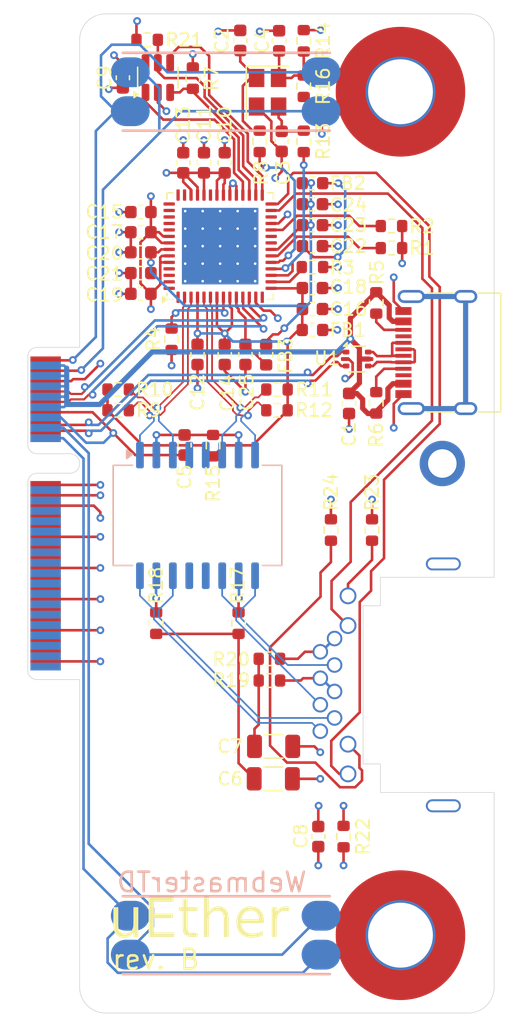
<source format=kicad_pcb>
(kicad_pcb (version 20241229) (generator "pcbnew") (generator_version "9.0")
  (layers (0 "F.Cu" signal) (4 "In1.Cu" power) (6 "In2.Cu" signal) (2 "B.Cu" signal) (13 "F.Paste" user) (15 "B.Paste" user) (5 "F.SilkS" user "F.Silkscreen") (7 "B.SilkS" user "B.Silkscreen") (1 "F.Mask" user) (3 "B.Mask" user) (25 "Edge.Cuts" user))
  (net 0 "")
  (net 1 "Net-(T1-RCT)")
  (net 2 "GND")
  (net 3 "Net-(Y1-VCC)")
  (net 4 "GND_CHAS")
  (net 5 "+3V3")
  (net 6 "VDD33A")
  (net 7 "VDDCORE")
  (net 8 "VDDUSBPLL")
  (net 9 "VDDPLL")
  (net 10 "/RD_N")
  (net 11 "/RD_P")
  (net 12 "/TD_P")
  (net 13 "/TD_N")
  (net 14 "/UConsoleHw/SPK_LN")
  (net 15 "+5V")
  (net 16 "/UConsoleHw/SPK_LP")
  (net 17 "/UConsoleHw/SPK_RP")
  (net 18 "/UConsoleHw/SPK_RN")
  (net 19 "/EEDO")
  (net 20 "/TX_P")
  (net 21 "/TX_N")
  (net 22 "/RX_P")
  (net 23 "/RX_N")
  (net 24 "Net-(Y1-Output)")
  (net 25 "/XI")
  (net 26 "Net-(T1-RXCT)")
  (net 27 "Net-(T1-TXCT)")
  (net 28 "/EECS")
  (net 33 "/EEDI")
  (net 34 "/LED_R")
  (net 35 "/LED_L")
  (net 36 "/EECLK")
  (net 38 "Net-(Y1-STB#)")
  (net 39 "Net-(C6-Pad1)")
  (net 40 "Net-(C7-Pad1)")
  (net 44 "/USBC_D-")
  (net 46 "Net-(J1-CC1)")
  (net 47 "unconnected-(J1-SHIELD-PadS1)")
  (net 48 "Net-(J1-CC2)")
  (net 50 "Net-(J2-DC_M)")
  (net 51 "Net-(J2-DD_M)")
  (net 52 "Net-(J2-PadD3)")
  (net 53 "Net-(J2-PadD1)")
  (net 59 "/USB2_DN")
  (net 74 "/USB1_DP")
  (net 76 "/USB1_DN")
  (net 79 "/USB2_DP")
  (net 86 "Net-(U2-VBUS_DET)")
  (net 87 "Net-(U2-nRESET)")
  (net 88 "Net-(U2-USBRBIAS)")
  (net 89 "Net-(U2-EXRES)")
  (net 90 "/XO")
  (net 109 "/USBC_D+")
  (footprint "Resistor_SMD:R_0603_1608Metric" (layer "F.Cu") (at 106.975 95.9)
    (property "Reference" "R9")
    (property "Value" "49.9R")
  )
  (footprint "Resistor_SMD:R_0603_1608Metric" (layer "F.Cu") (at 118.65 116.725 180)
    (property "Reference" "R19")
    (property "Value" "75R")
  )
  (footprint "Resistor_SMD:R_0603_1608Metric" (layer "F.Cu") (at 119.235 94.3 180)
    (property "Reference" "R11")
    (property "Value" "49.9R")
  )
  (footprint "Package_TO_SOT_SMD:SOT-666" (layer "F.Cu") (at 125.425 91.95)
    (property "Reference" "U1")
    (property "Value" "USBLC6-2P6")
  )
  (footprint "Capacitor_SMD:C_0603_1608Metric" (layer "F.Cu") (at 122.425 128.75 90)
    (property "Reference" "C8")
    (property "Value" "4700pF")
  )
  (footprint "Crystal:Crystal_SMD_3225-4Pin_3.2x2.5mm" (layer "F.Cu") (at 118.51 71.39 -90)
    (property "Reference" "Y1" (hide yes))
    (property "Value" "25MHz" (hide yes))
  )
  (footprint "Resistor_SMD:R_0603_1608Metric" (layer "F.Cu") (at 109.212499 67.35 180)
    (property "Reference" "R21")
    (property "Value" "10k")
  )
  (footprint "Capacitor_SMD:C_0603_1608Metric" (layer "F.Cu") (at 121.975 83.247143)
    (property "Reference" "C22")
    (property "Value" "4700pF")
  )
  (footprint "Capacitor_SMD:C_0603_1608Metric" (layer "F.Cu") (at 112 76.825 90)
    (property "Reference" "C13")
    (property "Value" "0.1uF")
  )
  (footprint "Resistor_SMD:R_0603_1608Metric" (layer "F.Cu") (at 118.65 115.05 180)
    (property "Reference" "R20")
    (property "Value" "75R")
  )
  (footprint "Package_TO_SOT_SMD:SOT-23-6" (layer "F.Cu") (at 110.037499 70.2625 90)
    (property "Reference" "U3" (hide yes))
    (property "Value" "93AA56AT-I/OT")
  )
  (footprint "Resistor_SMD:R_0603_1608Metric" (layer "F.Cu") (at 109.91 112.305 -90)
    (property "Reference" "R18")
    (property "Value" "75R")
  )
  (footprint "Resistor_SMD:R_0603_1608Metric" (layer "F.Cu") (at 121.3 75.175 90)
    (property "Reference" "R13")
    (property "Value" "~")
  )
  (footprint "Resistor_SMD:R_0603_1608Metric" (layer "F.Cu") (at 126.9 95.325 90)
    (property "Reference" "R6")
    (property "Value" "56K")
  )
  (footprint "Capacitor_SMD:C_1206_3216Metric" (layer "F.Cu") (at 118.975 121.8)
    (property "Reference" "C7")
    (property "Value" "1000pF")
  )
  (footprint "Resistor_SMD:R_0603_1608Metric" (layer "F.Cu") (at 126.9 87.625 -90)
    (property "Reference" "R5")
    (property "Value" "56K")
  )
  (footprint "Capacitor_SMD:C_0603_1608Metric" (layer "F.Cu") (at 113.1 91.6 -90)
    (property "Reference" "C12")
    (property "Value" "0.1uF")
  )
  (footprint "Resistor_SMD:R_0603_1608Metric" (layer "F.Cu") (at 124.375 128.75 90)
    (property "Reference" "R22")
    (property "Value" "10M")
  )
  (footprint "Inductor_SMD:L_0603_1608Metric" (layer "F.Cu") (at 121.975 89.71 180)
    (property "Reference" "FB1")
    (property "Value" "120R")
  )
  (footprint "Resistor_SMD:R_0603_1608Metric" (layer "F.Cu") (at 121.975 84.862857)
    (property "Reference" "R3")
    (property "Value" "12k")
  )
  (footprint "Connector_USB:USB_C_Receptacle_G-Switch_GT-USB-7010ASV" (layer "F.Cu") (at 132.725 91.45 90)
    (property "Reference" "J1" (hide yes))
    (property "Value" "USB_C_Receptacle_USB2.0_16P")
  )
  (footprint "Resistor_SMD:R_0603_1608Metric" (layer "F.Cu") (at 116.27 112.305 -90)
    (property "Reference" "R17")
    (property "Value" "75R")
  )
  (footprint "Resistor_SMD:R_0603_1608Metric" (layer "F.Cu") (at 128.075 83.4 180)
    (property "Reference" "R1")
    (property "Value" "0R")
  )
  (footprint "Capacitor_SMD:C_0603_1608Metric" (layer "F.Cu") (at 108.725 80.625 180)
    (property "Reference" "C15")
    (property "Value" "4700pF")
  )
  (footprint "Capacitor_SMD:C_0603_1608Metric" (layer "F.Cu") (at 124.8 95.375 -90)
    (property "Reference" "C1")
    (property "Value" "10uF")
  )
  (footprint "Capacitor_SMD:C_0603_1608Metric" (layer "F.Cu") (at 113.6 76.825 90)
    (property "Reference" "C11")
    (property "Value" "0.1uF")
  )
  (footprint "Resistor_SMD:R_0603_1608Metric" (layer "F.Cu") (at 121.3 70.925 90)
    (property "Reference" "R16")
    (property "Value" "~")
  )
  (footprint "Capacitor_SMD:C_0603_1608Metric" (layer "F.Cu") (at 108.725 86.925 180)
    (property "Reference" "C19")
    (property "Value" "1500pF")
  )
  (footprint "Resistor_SMD:R_0603_1608Metric" (layer "F.Cu") (at 121.3 67.425 -90)
    (property "Reference" "R14")
    (property "Value" "~")
  )
  (footprint "Capacitor_SMD:C_0603_1608Metric" (layer "F.Cu") (at 119.6 75.175 -90)
    (property "Reference" "C3")
    (property "Value" "~")
  )
  (footprint "Resistor_SMD:R_0603_1608Metric" (layer "F.Cu") (at 106.975 94.3)
    (property "Reference" "R10")
    (property "Value" "49.9R")
  )
  (footprint "Package_DFN_QFN:QFN-56-1EP_8x8mm_P0.5mm_EP5.9x5.9mm_ThermalVias" (layer "F.Cu") (at 114.85 83.25 90)
    (property "Reference" "U2" (hide yes))
    (property "Value" "LAN9500A" (hide yes))
  )
  (footprint "Resistor_SMD:R_0603_1608Metric" (layer "F.Cu") (at 117.9 75.175 -90)
    (property "Reference" "R8")
    (property "Value" "~")
  )
  (footprint "Resistor_SMD:R_0603_1608Metric" (layer "F.Cu") (at 126.575 105.125 -90)
    (property "Reference" "R23")
    (property "Value" "330R")
  )
  (footprint "Capacitor_SMD:C_0603_1608Metric" (layer "F.Cu") (at 115.2 91.6 -90)
    (property "Reference" "C14")
    (property "Value" "0.1uF")
  )
  (footprint "Capacitor_SMD:C_0603_1608Metric" (layer "F.Cu") (at 115.2 76.825 90)
    (property "Reference" "C10")
    (property "Value" "0.1uF")
  )
  (footprint "Capacitor_SMD:C_0603_1608Metric" (layer "F.Cu") (at 116.4 67.4 90)
    (property "Reference" "C2")
    (property "Value" "~")
  )
  (footprint "Resistor_SMD:R_0603_1608Metric" (layer "F.Cu") (at 119.235 95.9 180)
    (property "Reference" "R12")
    (property "Value" "49.9R")
  )
  (footprint "Resistor_SMD:R_0603_1608Metric" (layer "F.Cu") (at 111.1 90.425 90)
    (property "Reference" "R4")
    (property "Value" "12k")
  )
  (footprint "Resistor_SMD:R_0603_1608Metric" (layer "F.Cu") (at 114.3 98.625 90)
    (property "Reference" "R15")
    (property "Value" "0R")
  )
  (footprint "uConsole_Footprints:ext" (layer "F.Cu") (at 100 100 -90)
    (property "Reference" "J3" (hide yes))
    (property "Value" "uConsoleEXT")
    (fp_line (start 1.45 0) (end 15.95 0) (stroke (width 0.05)) (layer "Edge.Cuts"))
    (fp_line (start -1.449999 -0.000001) (end -8.25 -0.000001) (stroke (width 0.05)) (layer "Edge.Cuts"))
    (fp_line (start -8.95 -0.7) (end -8.95 -2.5) (stroke (width 0.05)) (layer "Edge.Cuts"))
    (fp_line (start 0.75 -0.7) (end 0.75 -3.25) (stroke (width 0.05)) (layer "Edge.Cuts"))
    (fp_line (start 16.65 -2.5) (end 16.65 -0.7) (stroke (width 0.05)) (layer "Edge.Cuts"))
    (fp_line (start -0.75 -3.25) (end -0.75 -0.7) (stroke (width 0.05)) (layer "Edge.Cuts"))
    (fp_arc (start 1.45 0) (mid 0.955025 -0.205025) (end 0.75 -0.7) (stroke (width 0.05)) (layer "Edge.Cuts"))
    (fp_arc (start -8.25 -0.000001) (mid -8.744974 -0.205026) (end -8.949999 -0.7) (stroke (width 0.05)) (layer "Edge.Cuts"))
    (fp_arc (start -0.75 -0.7) (mid -0.955025 -0.205026) (end -1.449999 -0.000001) (stroke (width 0.05)) (layer "Edge.Cuts"))
    (fp_arc (start 16.65 -0.7) (mid 16.444975 -0.205025) (end 15.95 0) (stroke (width 0.05)) (layer "Edge.Cuts"))
    (fp_arc (start -0.75 -3.25) (mid 0 -4) (end 0.75 -3.25) (stroke (width 0.05)) (layer "Edge.Cuts"))
  )
  (footprint "Capacitor_SMD:C_0603_1608Metric" (layer "F.Cu") (at 108.725 85.325 180)
    (property "Reference" "C21")
    (property "Value" "0.1uF")
  )
  (footprint "Capacitor_SMD:C_0603_1608Metric" (layer "F.Cu") (at 107.337499 70.275 -90)
    (property "Reference" "C9")
    (property "Value" "0.1uF")
  )
  (footprint "Capacitor_SMD:C_0603_1608Metric" (layer "F.Cu") (at 119.4 67.425 90)
    (property "Reference" "C4")
    (property "Value" "~")
  )
  (footprint "Capacitor_SMD:C_0603_1608Metric" (layer "F.Cu") (at 116.8 91.6 -90)
    (property "Reference" "C25")
    (property "Value" "4700pF")
  )
  (footprint "Resistor_SMD:R_0603_1608Metric" (layer "F.Cu") (at 112.737499 70.3 90)
    (property "Reference" "R7")
    (property "Value" "10k")
  )
  (footprint "Capacitor_SMD:C_0603_1608Metric" (layer "F.Cu") (at 108.725 83.725 180)
    (property "Reference" "C20")
    (property "Value" "0.1uF")
  )
  (footprint "Inductor_SMD:L_0603_1608Metric" (layer "F.Cu") (at 121.975 78.4)
    (property "Reference" "FB2")
    (property "Value" "120R")
  )
  (footprint "Capacitor_SMD:C_0603_1608Metric" (layer "F.Cu") (at 112.1 98.575 -90)
    (property "Reference" "C5")
    (property "Value" "0.022uF")
  )
  (footprint "Resistor_SMD:R_0603_1608Metric" (layer "F.Cu") (at 128.075 81.7 180)
    (property "Reference" "R2")
    (property "Value" "10k")
  )
  (footprint "MountingHole:MountingHole_5mm_Pad_TopOnly" (layer "F.Cu") (at 128.77 136.35)
    (property "Reference" "H2" (hide yes))
    (property "Value" "MountingHole_Pad")
  )
  (footprint "MountingHole:MountingHole_5mm_Pad_TopOnly" (layer "F.Cu") (at 128.77 71.35)
    (property "Reference" "H1" (hide yes))
    (property "Value" "MountingHole_Pad")
  )
  (footprint "Capacitor_SMD:C_0603_1608Metric" (layer "F.Cu") (at 121.975 86.478571)
    (property "Reference" "C18")
    (property "Value" "1500pF")
  )
  (footprint "Resistor_SMD:R_0603_1608Metric" (layer "F.Cu") (at 123.4 105.125 -90)
    (property "Reference" "R24")
    (property "Value" "330R")
  )
  (footprint "Capacitor_SMD:C_0603_1608Metric" (layer "F.Cu") (at 121.975 88.094286)
    (property "Reference" "C16")
    (property "Value" "4700pF")
  )
  (footprint "MountingHole:MountingHole_2.2mm_M2_ISO7380_Pad" (layer "F.Cu") (at 132 100)
    (property "Reference" "H3" (hide yes))
    (property "Value" "MountingHole_Pad")
  )
  (footprint "Capacitor_SMD:C_0603_1608Metric" (layer "F.Cu") (at 108.725 82.175 180)
    (property "Reference" "C17")
    (property "Value" "4700pF")
  )
  (footprint "Capacitor_SMD:C_0603_1608Metric" (layer "F.Cu") (at 121.975 80.015714)
    (property "Reference" "C24")
    (property "Value" "1500pF")
  )
  (footprint "Inductor_SMD:L_0603_1608Metric" (layer "F.Cu") (at 118.4 91.612499 -90)
    (property "Reference" "FB3")
    (property "Value" "120R")
  )
  (footprint "Capacitor_SMD:C_1206_3216Metric" (layer "F.Cu") (at 118.95 124.3)
    (property "Reference" "C6")
    (property "Value" "1000pF")
  )
  (footprint "Capacitor_SMD:C_0603_1608Metric" (layer "F.Cu") (at 121.975 81.631429)
    (property "Reference" "C23")
    (property "Value" "4700pF")
  )
  (footprint "Package_SO:SOIC-16W_7.5x12.8mm_P1.27mm" (layer "B.Cu") (at 113.1 104 -90)
    (property "Reference" "T1" (hide yes))
    (property "Value" "B1603S")
  )
  (footprint "uConsole_Footprints:speaker" (layer "B.Cu") (at 115.32 71.35 180)
    (property "Reference" "J4" (hide yes))
    (property "Value" "uConsoleSpeaker" (hide yes))
  )
  (footprint "uConsole_Footprints:RJ45-005-014-11" (layer "B.Cu") (at 135.08 117.06 -90)
    (property "Reference" "J2" (hide yes))
    (property "Value" "RJ45_LED_Shielded" (hide yes))
    (fp_line (start -6.095 9.2) (end 6.095 9.2) (stroke (width 0.05)) (layer "Edge.Cuts"))
    (fp_line (start 6.095 9.2) (end 6.095 7.86) (stroke (width 0.05)) (layer "Edge.Cuts"))
    (fp_line (start -8.29 7.86) (end -6.1 7.86) (stroke (width 0.05)) (layer "Edge.Cuts"))
    (fp_line (start -6.095 7.86) (end -6.095 9.2) (stroke (width 0.05)) (layer "Edge.Cuts"))
    (fp_line (start 6.095 7.86) (end 8.29 7.86) (stroke (width 0.05)) (layer "Edge.Cuts"))
    (fp_line (start 8.29 7.86) (end 8.29 0) (stroke (width 0.05)) (layer "Edge.Cuts"))
    (fp_line (start -8.29 0) (end -8.29 7.86) (stroke (width 0.05)) (layer "Edge.Cuts"))
  )
  (footprint "uConsole_Footprints:speaker" (layer "B.Cu") (at 115.32 136.35 180)
    (property "Reference" "J5" (hide yes))
    (property "Value" "uConsoleSpeaker" (hide yes))
  )
  (gr_line (start 135.08 125.35) (end 136 125.35) (stroke (width 0.05)) (layer "Edge.Cuts"))
  (gr_line (start 104 91.05) (end 104 67.35) (stroke (width 0.05)) (layer "Edge.Cuts"))
  (gr_line (start 106 65.35) (end 134 65.35) (stroke (width 0.05)) (layer "Edge.Cuts"))
  (gr_line (start 135.08 108.77) (end 136 108.77) (stroke (width 0.05)) (layer "Edge.Cuts"))
  (gr_line (start 102.5 116.65) (end 104 116.65) (stroke (width 0.05)) (layer "Edge.Cuts"))
  (gr_line (start 136 125.35) (end 136 140.35) (stroke (width 0.05)) (layer "Edge.Cuts"))
  (gr_arc (start 136 140.35) (mid 135.414214 141.764214) (end 134 142.35) (stroke (width 0.05)) (layer "Edge.Cuts"))
  (gr_arc (start 106 142.35) (mid 104.585786 141.764214) (end 104 140.35) (stroke (width 0.05)) (layer "Edge.Cuts"))
  (gr_line (start 134 142.35) (end 106 142.35) (stroke (width 0.05)) (layer "Edge.Cuts"))
  (gr_arc (start 104 67.35) (mid 104.585786 65.935786) (end 106 65.35) (stroke (width 0.05)) (layer "Edge.Cuts"))
  (gr_arc (start 134 65.35) (mid 135.414214 65.935786) (end 136 67.35) (stroke (width 0.05)) (layer "Edge.Cuts"))
  (gr_line (start 136 67.35) (end 136 108.77) (stroke (width 0.05)) (layer "Edge.Cuts"))
  (gr_line (start 102.5 91.05) (end 104 91.05) (stroke (width 0.05)) (layer "Edge.Cuts"))
  (gr_line (start 104 140.35) (end 104 116.65) (stroke (width 0.05)) (layer "Edge.Cuts"))
  (gr_text "uEther" (at 106.25 137 0) (layer "F.SilkS") (effects (font (size 3 3) (thickness 0.1)) (justify left bottom)))
  (gr_text "rev. B" (at 106.4 139.1 0) (layer "F.SilkS") (effects (font (size 1.5 1.5) (thickness 0.2)) (justify left bottom)))
  (gr_text "WebmasterTD" (at 121.65 133.15 0) (layer "B.SilkS") (effects (font (size 1.5 1.5) (thickness 0.2)) (justify left bottom mirror)))
  (segment (start 112.1 97.8) (end 114.3 97.8) (width 0.2) (layer "F.Cu") (net 1))
  (segment (start 114.3 97.8) (end 116.275 97.8) (width 0.2) (layer "F.Cu") (net 1))
  (segment (start 112.1 97.8) (end 109.925 97.8) (width 0.2) (layer "F.Cu") (net 1))
  (via (at 116.275 97.8) (size 0.6) (drill 0.3) (layers "F.Cu" "B.Cu") (net 1))
  (via (at 109.925 97.8) (size 0.6) (drill 0.3) (layers "F.Cu" "B.Cu") (net 1))
  (segment (start 116.275 97.8) (end 116.275 99.35) (width 0.2) (layer "B.Cu") (net 1))
  (segment (start 109.925 97.8) (end 109.925 99.35) (width 0.2) (layer "B.Cu") (net 1))
  (segment (start 101.375 105.65) (end 105.6 105.65) (width 0.2) (layer "F.Cu") (net 2))
  (segment (start 113.1 92.375) (end 113.1 94.2) (width 0.2) (layer "F.Cu") (net 2))
  (segment (start 119.6 77.5) (end 119.1 78) (width 0.2) (layer "F.Cu") (net 2))
  (segment (start 105.7 115.25) (end 101.375 115.25) (width 0.2) (layer "F.Cu") (net 2))
  (segment (start 117.66 72.49) (end 117.66 72.61) (width 0.2) (layer "F.Cu") (net 2))
  (segment (start 115.6 78.632884) (end 115.6 79.3125) (width 0.2) (layer "F.Cu") (net 2))
  (segment (start 107.05 85.325) (end 107.95 85.325) (width 0.2) (layer "F.Cu") (net 2))
  (segment (start 123.947143 83.247143) (end 123.95 83.25) (width 0.2) (layer "F.Cu") (net 2))
  (segment (start 108.3 99.35) (end 106.6 97.65) (width 0.2) (layer "F.Cu") (net 2))
  (segment (start 128.25 87.5) (end 128.25 85.65) (width 0.2) (layer "F.Cu") (net 2))
  (segment (start 115.899663 78.399663) (end 116.1 78.6) (width 0.2) (layer "F.Cu") (net 2))
  (segment (start 111.1 91.25) (end 111.1 92.45) (width 0.2) (layer "F.Cu") (net 2))
  (segment (start 101.375 93.65) (end 103.35 93.65) (width 0.2) (layer "F.Cu") (net 2))
  (segment (start 105.65 110.45) (end 101.375 110.45) (width 0.2) (layer "F.Cu") (net 2))
  (segment (start 101.375 112.85) (end 105.65 112.85) (width 0.2) (layer "F.Cu") (net 2))
  (segment (start 117.6 87.624999) (end 118.199001 88.224) (width 0.2) (layer "F.Cu") (net 2))
  (segment (start 104.4 93.5) (end 105.6 92.3) (width 0.2) (layer "F.Cu") (net 2))
  (segment (start 105.6 104.2) (end 105.6 103.75) (width 0.2) (layer "F.Cu") (net 2))
  (segment (start 118.199001 88.224) (end 118.724 88.224) (width 0.2) (layer "F.Cu") (net 2))
  (segment (start 115.2 92.375) (end 115.2 92.875) (width 0.2) (layer "F.Cu") (net 2))
  (segment (start 115.2 92.875) (end 116.8 94.475) (width 0.2) (layer "F.Cu") (net 2))
  (segment (start 108.387499 67.35) (end 108.387499 65.95) (width 0.2) (layer "F.Cu") (net 2))
  (segment (start 105.6 108.05) (end 101.375 108.05) (width 0.2) (layer "F.Cu") (net 2))
  (segment (start 106.35 71.05) (end 106.25 71.15) (width 0.2) (layer "F.Cu") (net 2))
  (segment (start 122.75 83.247143) (end 123.947143 83.247143) (width 0.2) (layer "F.Cu") (net 2))
  (segment (start 124.5 91.95) (end 124.777648 91.95) (width 0.2) (layer "F.Cu") (net 2))
  (segment (start 116.1 78.6) (end 116.1 79.3125) (width 0.2) (layer "F.Cu") (net 2))
  (segment (start 110.037499 72.187499) (end 110.7 72.85) (width 0.2) (layer "F.Cu") (net 2))
  (segment (start 128.25 95.4) (end 128.25 97.25) (width 0.2) (layer "F.Cu") (net 2))
  (segment (start 121.3 66.6) (end 122.6 66.6) (width 0.2) (layer "F.Cu") (net 2))
  (segment (start 123.940714 80.015714) (end 123.95 80.025) (width 0.2) (layer "F.Cu") (net 2))
  (segment (start 113.6 76.05) (end 113.6 75.075) (width 0.2) (layer "F.Cu") (net 2))
  (segment (start 123.937857 84.862857) (end 123.95 84.875) (width 0.2) (layer "F.Cu") (net 2))
  (segment (start 129 94.65) (end 128.25 95.4) (width 0.2) (layer "F.Cu") (net 2))
  (segment (start 103.35 93.65) (end 103.5 93.5) (width 0.2) (layer "F.Cu") (net 2))
  (segment (start 107.95 85.325) (end 107.95 86.925) (width 0.2) (layer "F.Cu") (net 2))
  (segment (start 117.6 87.1875) (end 117.6 87.624999) (width 0.2) (layer "F.Cu") (net 2))
  (segment (start 101.375 96.05) (end 105 96.05) (width 0.2) (layer "F.Cu") (net 2))
  (segment (start 112 76.05) (end 112 75.075) (width 0.2) (layer "F.Cu") (net 2))
  (segment (start 125.076 92.248352) (end 125.076 93.124) (width 0.2) (layer "F.Cu") (net 2))
  (segment (start 107.95 82.175) (end 107.95 83.725) (width 0.2) (layer "F.Cu") (net 2))
  (segment (start 108.387499 65.95) (end 108.437499 65.9) (width 0.2) (layer "F.Cu") (net 2))
  (segment (start 116.4 66.625) (end 114.775 66.625) (width 0.2) (layer "F.Cu") (net 2))
  (segment (start 115.2 76.05) (end 115.2 75.077818) (width 0.2) (layer "F.Cu") (net 2))
  (segment (start 115.833221 78.399663) (end 115.6 78.632884) (width 0.2) (layer "F.Cu") (net 2))
  (segment (start 124.75 93.45) (end 124.5 93.45) (width 0.2) (layer "F.Cu") (net 2))
  (segment (start 105.6 103.75) (end 105.1 103.25) (width 0.2) (layer "F.Cu") (net 2))
  (segment (start 112.737499 69.475) (end 112.737499 68.45) (width 0.2) (layer "F.Cu") (net 2))
  (segment (start 118.8 75.15) (end 119.6 75.95) (width 0.2) (layer "F.Cu") (net 2))
  (segment (start 110.037499 71.4) (end 110.037499 71.682342) (width 0.2) (layer "F.Cu") (net 2))
  (segment (start 117.66 72.49) (end 118.8 73.63) (width 0.2) (layer "F.Cu") (net 2))
  (segment (start 123.944286 88.094286) (end 123.95 88.1) (width 0.2) (layer "F.Cu") (net 2))
  (segment (start 123.946429 86.478571) (end 123.95 86.475) (width 0.2) (layer "F.Cu") (net 2))
  (segment (start 107.337499 71.05) (end 106.35 71.05) (width 0.2) (layer "F.Cu") (net 2))
  (segment (start 129 88.25) (end 128.25 87.5) (width 0.2) (layer "F.Cu") (net 2))
  (segment (start 105 96.05) (end 106.6 97.65) (width 0.2) (layer "F.Cu") (net 2))
  (segment (start 118.724 88.224) (end 119.3 88.8) (width 0.2) (layer "F.Cu") (net 2))
  (segment (start 115.2 75.077818) (end 115.198591 75.076409) (width 0.2) (layer "F.Cu") (net 2))
  (segment (start 114.775 66.625) (end 114.7 66.7) (width 0.2) (layer "F.Cu") (net 2))
  (segment (start 119.6 75.95) (end 119.6 77.5) (width 0.2) (layer "F.Cu") (net 2))
  (segment (start 124.8 96.15) (end 124.8 97.35) (width 0.2) (layer "F.Cu") (net 2))
  (segment (start 107.95 80.625) (end 107.05 80.625) (width 0.2) (layer "F.Cu") (net 2))
  (segment (start 119.4 66.65) (end 117.95 66.65) (width 0.2) (layer "F.Cu") (net 2))
  (segment (start 122.75 88.094286) (end 123.944286 88.094286) (width 0.2) (layer "F.Cu") (net 2))
  (segment (start 105.1 103.25) (end 101.375 103.25) (width 0.2) (layer "F.Cu") (net 2))
  (segment (start 122.75 81.631429) (end 123.943571 81.631429) (width 0.2) (layer "F.Cu") (net 2))
  (segment (start 122.75 86.478571) (end 123.946429 86.478571) (width 0.2) (layer "F.Cu") (net 2))
  (segment (start 110.037499 71.4) (end 110.037499 72.187499) (width 0.2) (layer "F.Cu") (net 2))
  (segment (start 107.95 86.925) (end 107.05 86.925) (width 0.2) (layer "F.Cu") (net 2))
  (segment (start 124.375 129.575) (end 124.375 130.975) (width 0.2) (layer "F.Cu") (net 2))
  (segment (start 123.943571 81.631429) (end 123.95 81.625) (width 0.2) (layer "F.Cu") (net 2))
  (segment (start 122.75 80.015714) (end 123.940714 80.015714) (width 0.2) (layer "F.Cu") (net 2))
  (segment (start 122.8 84.862857) (end 123.937857 84.862857) (width 0.2) (layer "F.Cu") (net 2))
  (segment (start 125.076 93.124) (end 124.75 93.45) (width 0.2) (layer "F.Cu") (net 2))
  (segment (start 107.95 83.725) (end 107.05 83.725) (width 0.2) (layer "F.Cu") (net 2))
  (segment (start 107.95 82.175) (end 107.05 82.175) (width 0.2) (layer "F.Cu") (net 2))
  (segment (start 118.8 73.63) (end 118.8 75.15) (width 0.2) (layer "F.Cu") (net 2))
  (segment (start 117.95 66.65) (end 117.9 66.7) (width 0.2) (layer "F.Cu") (net 2))
  (segment (start 115.833221 78.399663) (end 115.899663 78.399663) (width 0.2) (layer "F.Cu") (net 2))
  (segment (start 124.777648 91.95) (end 125.076 92.248352) (width 0.2) (layer "F.Cu") (net 2))
  (segment (start 116.8 92.375) (end 116.8 94.475) (width 0.2) (layer "F.Cu") (net 2))
  (segment (start 112.1 99.35) (end 108.3 99.35) (width 0.2) (layer "F.Cu") (net 2))
  (segment (start 122.425 129.525) (end 122.425 130.975) (width 0.2) (layer "F.Cu") (net 2))
  (segment (start 103.5 93.5) (end 104.4 93.5) (width 0.2) (layer "F.Cu") (net 2))
  (via (at 122.425 130.975) (size 0.6) (drill 0.3) (layers "F.Cu" "B.Cu") (net 2))
  (via (at 124.5 93.45) (size 0.6) (drill 0.3) (layers "F.Cu" "B.Cu") (net 2))
  (via (at 106.6 97.65) (size 0.6) (drill 0.3) (layers "F.Cu" "B.Cu") (net 2))
  (via (at 123.95 81.625) (size 0.6) (drill 0.3) (layers "F.Cu" "B.Cu") (net 2))
  (via (at 113.6 75.075) (size 0.6) (drill 0.3) (layers "F.Cu" "B.Cu") (net 2))
  (via (at 107.05 83.725) (size 0.6) (drill 0.3) (layers "F.Cu" "B.Cu") (net 2))
  (via (at 107.05 82.175) (size 0.6) (drill 0.3) (layers "F.Cu" "B.Cu") (net 2))
  (via (at 123.95 88.1) (size 0.6) (drill 0.3) (layers "F.Cu" "B.Cu") (net 2))
  (via (at 128.25 97.25) (size 0.6) (drill 0.3) (layers "F.Cu" "B.Cu") (net 2))
  (via (at 105.6 115.25) (size 0.6) (drill 0.3) (layers "F.Cu" "B.Cu") (net 2))
  (via (at 114.7 66.7) (size 0.6) (drill 0.3) (layers "F.Cu" "B.Cu") (net 2))
  (via (at 106.25 71.15) (size 0.6) (drill 0.3) (layers "F.Cu" "B.Cu") (net 2))
  (via (at 110.7 72.85) (size 0.6) (drill 0.3) (layers "F.Cu" "B.Cu") (net 2))
  (via (at 105.6 104.2) (size 0.6) (drill 0.3) (layers "F.Cu" "B.Cu") (net 2))
  (via (at 105.6 112.85) (size 0.6) (drill 0.3) (layers "F.Cu" "B.Cu") (net 2))
  (via (at 107.05 85.325) (size 0.6) (drill 0.3) (layers "F.Cu" "B.Cu") (net 2))
  (via (at 124.8 97.35) (size 0.6) (drill 0.3) (layers "F.Cu" "B.Cu") (net 2))
  (via (at 105.6 92.3) (size 0.6) (drill 0.3) (layers "F.Cu" "B.Cu") (net 2))
  (via (at 111.1 92.45) (size 0.6) (drill 0.3) (layers "F.Cu" "B.Cu") (net 2))
  (via (at 108.437499 65.9) (size 0.6) (drill 0.3) (layers "F.Cu" "B.Cu") (net 2))
  (via (at 119.1 78) (size 0.6) (drill 0.3) (layers "F.Cu" "B.Cu") (net 2))
  (via (at 117.9 66.7) (size 0.6) (drill 0.3) (layers "F.Cu" "B.Cu") (net 2))
  (via (at 123.95 83.25) (size 0.6) (drill 0.3) (layers "F.Cu" "B.Cu") (net 2))
  (via (at 128.25 85.65) (size 0.6) (drill 0.3) (layers "F.Cu" "B.Cu") (net 2))
  (via (at 123.95 84.875) (size 0.6) (drill 0.3) (layers "F.Cu" "B.Cu") (net 2))
  (via (at 122.6 66.6) (size 0.6) (drill 0.3) (layers "F.Cu" "B.Cu") (net 2))
  (via (at 123.95 80.025) (size 0.6) (drill 0.3) (layers "F.Cu" "B.Cu") (net 2))
  (via (at 107.05 86.925) (size 0.6) (drill 0.3) (layers "F.Cu" "B.Cu") (net 2))
  (via (at 113.1 94.2) (size 0.6) (drill 0.3) (layers "F.Cu" "B.Cu") (net 2))
  (via (at 112.737499 68.45) (size 0.6) (drill 0.3) (layers "F.Cu" "B.Cu") (net 2))
  (via (at 105.6 110.45) (size 0.6) (drill 0.3) (layers "F.Cu" "B.Cu") (net 2))
  (via (at 112 75.075) (size 0.6) (drill 0.3) (layers "F.Cu" "B.Cu") (net 2))
  (via (at 123.95 86.475) (size 0.6) (drill 0.3) (layers "F.Cu" "B.Cu") (net 2))
  (via (at 115.833221 78.399663) (size 0.6) (drill 0.3) (layers "F.Cu" "B.Cu") (net 2))
  (via (at 107.05 80.625) (size 0.6) (drill 0.3) (layers "F.Cu" "B.Cu") (net 2))
  (via (at 119.3 88.8) (size 0.6) (drill 0.3) (layers "F.Cu" "B.Cu") (net 2))
  (via (at 115.198591 75.076409) (size 0.6) (drill 0.3) (layers "F.Cu" "B.Cu") (net 2))
  (via (at 105.6 105.65) (size 0.6) (drill 0.3) (layers "F.Cu" "B.Cu") (net 2))
  (via (at 105.6 108.05) (size 0.6) (drill 0.3) (layers "F.Cu" "B.Cu") (net 2))
  (via (at 124.375 130.975) (size 0.6) (drill 0.3) (layers "F.Cu" "B.Cu") (net 2))
  (via (at 116.8 94.475) (size 0.6) (drill 0.3) (layers "F.Cu" "B.Cu") (net 2))
  (segment (start 104.5 98.4) (end 105.85 98.4) (width 0.2) (layer "B.Cu") (net 2))
  (segment (start 101.375 96.45) (end 102.55 96.45) (width 0.2) (layer "B.Cu") (net 2))
  (segment (start 105.85 98.4) (end 106.6 97.65) (width 0.2) (layer "B.Cu") (net 2))
  (segment (start 102.55 96.45) (end 104.5 98.4) (width 0.2) (layer "B.Cu") (net 2))
  (segment (start 120.36 70.29) (end 119.36 70.29) (width 0.2) (layer "F.Cu") (net 3))
  (segment (start 120.55 70.1) (end 120.36 70.29) (width 0.2) (layer "F.Cu") (net 3))
  (segment (start 119.4 70.25) (end 119.36 70.29) (width 0.2) (layer "F.Cu") (net 3))
  (segment (start 121.3 70.1) (end 120.55 70.1) (width 0.2) (layer "F.Cu") (net 3))
  (segment (start 121.3 68.25) (end 121.3 70.1) (width 0.2) (layer "F.Cu") (net 3))
  (segment (start 119.4 68.2) (end 119.4 70.25) (width 0.2) (layer "F.Cu") (net 3))
  (segment (start 122.125 121.8) (end 122.575 122.25) (width 0.2) (layer "F.Cu") (net 4))
  (segment (start 124.375 127.925) (end 124.375 126.375) (width 0.2) (layer "F.Cu") (net 4))
  (segment (start 120.425 124.3) (end 122.575 124.3) (width 0.2) (layer "F.Cu") (net 4))
  (segment (start 122.425 127.975) (end 122.425 126.4) (width 0.2) (layer "F.Cu") (net 4))
  (segment (start 122.425 126.4) (end 122.45 126.375) (width 0.2) (layer "F.Cu") (net 4))
  (segment (start 120.45 121.8) (end 122.125 121.8) (width 0.2) (layer "F.Cu") (net 4))
  (via (at 122.45 126.375) (size 0.6) (drill 0.3) (layers "F.Cu" "B.Cu") (net 4))
  (via (at 124.375 126.375) (size 0.6) (drill 0.3) (layers "F.Cu" "B.Cu") (net 4))
  (via (at 122.575 122.25) (size 0.6) (drill 0.3) (layers "F.Cu" "B.Cu") (net 4))
  (via (at 122.575 124.3) (size 0.6) (drill 0.3) (layers "F.Cu" "B.Cu") (net 4))
  (segment (start 128.9 81.7) (end 128.9 83.4) (width 0.2) (layer "F.Cu") (net 5))
  (segment (start 119.35 81.5) (end 120.05 80.8) (width 0.2) (layer "F.Cu") (net 5))
  (segment (start 121.3 71.75) (end 122.7 73.15) (width 0.2) (layer "F.Cu") (net 5))
  (segment (start 122.762501 89.71) (end 123.89 89.71) (width 0.2) (layer "F.Cu") (net 5))
  (segment (start 112.6 79.3125) (end 112.6 78.9) (width 0.2) (layer "F.Cu") (net 5))
  (segment (start 110.35 84) (end 110.224 84.126) (width 0.2) (layer "F.Cu") (net 5))
  (segment (start 110.224 84.126) (end 110.224 84.5) (width 0.2) (layer "F.Cu") (net 5))
  (segment (start 110.9125 82.5) (end 110.45 82.5) (width 0.2) (layer "F.Cu") (net 5))
  (segment (start 114.6 79.3125) (end 114.6 78.2) (width 0.2) (layer "F.Cu") (net 5))
  (segment (start 123.4 104.3) (end 123.4 102.775) (width 0.2) (layer "F.Cu") (net 5))
  (segment (start 110.224 86.201) (end 109.5 86.925) (width 0.2) (layer "F.Cu") (net 5))
  (segment (start 128.9 83.4) (end 128.9 84.575) (width 0.2) (layer "F.Cu") (net 5))
  (segment (start 115.2 78.4) (end 115.2 77.6) (width 0.2) (layer "F.Cu") (net 5))
  (segment (start 122.7 73.15) (end 122.7 74.6) (width 0.2) (layer "F.Cu") (net 5))
  (segment (start 110.325 83) (end 109.5 82.175) (width 0.2) (layer "F.Cu") (net 5))
  (segment (start 109.5 80.625) (end 109.5 82.15) (width 0.2) (layer "F.Cu") (net 5))
  (segment (start 109.5 86.925) (end 109.5 88.1) (width 0.2) (layer "F.Cu") (net 5))
  (segment (start 107.337499 69.219095) (end 106.651341 68.532937) (width 0.2) (layer "F.Cu") (net 5))
  (segment (start 108.7 86.125) (end 109.5 86.925) (width 0.2) (layer "F.Cu") (net 5))
  (segment (start 110.9125 84) (end 110.35 84) (width 0.2) (layer "F.Cu") (net 5))
  (segment (start 123.89 89.71) (end 123.9 89.7) (width 0.2) (layer "F.Cu") (net 5))
  (segment (start 107.337499 69.5) (end 107.337499 69.219095) (width 0.2) (layer "F.Cu") (net 5))
  (segment (start 126.575 104.3) (end 126.575 102.775) (width 0.2) (layer "F.Cu") (net 5))
  (segment (start 114.6 78.2) (end 115.2 77.6) (width 0.2) (layer "F.Cu") (net 5))
  (segment (start 113.6 79.3125) (end 113.6 77.6) (width 0.2) (layer "F.Cu") (net 5))
  (segment (start 110.224 84.5) (end 110.224 86.201) (width 0.2) (layer "F.Cu") (net 5))
  (segment (start 113.1 79.3125) (end 113.1 78.7) (width 0.2) (layer "F.Cu") (net 5))
  (segment (start 113.6 77.6) (end 115.2 77.6) (width 0.2) (layer "F.Cu") (net 5))
  (segment (start 112.6 78.9) (end 112 78.3) (width 0.2) (layer "F.Cu") (net 5))
  (segment (start 112 78.3) (end 112 77.6) (width 0.2) (layer "F.Cu") (net 5))
  (segment (start 109.087499 69.125) (end 107.712499 69.125) (width 0.2) (layer "F.Cu") (net 5))
  (segment (start 107.712499 69.125) (end 107.337499 69.5) (width 0.2) (layer "F.Cu") (net 5))
  (segment (start 110.125 82.175) (end 109.5 82.175) (width 0.2) (layer "F.Cu") (net 5))
  (segment (start 115.1 79.3125) (end 115.1 78.5) (width 0.2) (layer "F.Cu") (net 5))
  (segment (start 115.1 78.5) (end 115.2 78.4) (width 0.2) (layer "F.Cu") (net 5))
  (segment (start 109.5 80.625) (end 109.5 79.4) (width 0.2) (layer "F.Cu") (net 5))
  (segment (start 108.7 82.95) (end 108.7 86.125) (width 0.2) (layer "F.Cu") (net 5))
  (segment (start 118.7875 81.5) (end 119.35 81.5) (width 0.2) (layer "F.Cu") (net 5))
  (segment (start 101.375 102.45) (end 105.55 102.45) (width 0.2) (layer "F.Cu") (net 5))
  (segment (start 110.9125 84.5) (end 110.224 84.5) (width 0.2) (layer "F.Cu") (net 5))
  (segment (start 110.45 82.5) (end 110.125 82.175) (width 0.2) (layer "F.Cu") (net 5))
  (segment (start 110.9125 83) (end 110.325 83) (width 0.2) (layer "F.Cu") (net 5))
  (segment (start 112 77.6) (end 110.7 77.6) (width 0.2) (layer "F.Cu") (net 5))
  (segment (start 112 77.6) (end 113.6 77.6) (width 0.2) (layer "F.Cu") (net 5))
  (segment (start 113.1 78.7) (end 112 77.6) (width 0.2) (layer "F.Cu") (net 5))
  (segment (start 109.5 82.15) (end 108.7 82.95) (width 0.2) (layer "F.Cu") (net 5))
  (segment (start 101.375 101.65) (end 105.55 101.65) (width 0.2) (layer "F.Cu") (net 5))
  (via (at 123.9 89.7) (size 0.6) (drill 0.3) (layers "F.Cu" "B.Cu") (net 5))
  (via (at 128.9 84.575) (size 0.6) (drill 0.3) (layers "F.Cu" "B.Cu") (net 5))
  (via (at 109.5 79.4) (size 0.6) (drill 0.3) (layers "F.Cu" "B.Cu") (net 5))
  (via (at 105.6 102.45) (size 0.6) (drill 0.3) (layers "F.Cu" "B.Cu") (net 5))
  (via (at 126.575 102.775) (size 0.6) (drill 0.3) (layers "F.Cu" "B.Cu") (net 5))
  (via (at 122.7 74.6) (size 0.6) (drill 0.3) (layers "F.Cu" "B.Cu") (net 5))
  (via (at 109.5 88.1) (size 0.6) (drill 0.3) (layers "F.Cu" "B.Cu") (net 5))
  (via (at 106.651341 68.532937) (size 0.6) (drill 0.3) (layers "F.Cu" "B.Cu") (net 5))
  (via (at 105.6 101.65) (size 0.6) (drill 0.3) (layers "F.Cu" "B.Cu") (net 5))
  (via (at 120.05 80.8) (size 0.6) (drill 0.3) (layers "F.Cu" "B.Cu") (net 5))
  (via (at 123.4 102.775) (size 0.6) (drill 0.3) (layers "F.Cu" "B.Cu") (net 5))
  (via (at 110.7 77.6) (size 0.6) (drill 0.3) (layers "F.Cu" "B.Cu") (net 5))
  (segment (start 108.85 98.6) (end 106.15 95.9) (width 0.2) (layer "F.Cu") (net 6))
  (segment (start 113.1 90.825) (end 113.1 89.975) (width 0.2) (layer "F.Cu") (net 6))
  (segment (start 114.3 99.45) (end 115.15 98.6) (width 0.2) (layer "F.Cu") (net 6))
  (segment (start 115.2 90.825) (end 115.2 89.975001) (width 0.2) (layer "F.Cu") (net 6))
  (segment (start 115.2 89.975001) (end 114.6 89.375001) (width 0.2) (layer "F.Cu") (net 6))
  (segment (start 121.187499 88.106787) (end 121.2 88.094286) (width 0.2) (layer "F.Cu") (net 6))
  (segment (start 121.187499 89.71) (end 120.89 89.71) (width 0.2) (layer "F.Cu") (net 6))
  (segment (start 115.2 89.975001) (end 115.751 89.424001) (width 0.2) (layer "F.Cu") (net 6))
  (segment (start 118.7875 86.5) (end 121.178571 86.5) (width 0.2) (layer "F.Cu") (net 6))
  (segment (start 120.06 94.3) (end 120.06 95.9) (width 0.2) (layer "F.Cu") (net 6))
  (segment (start 115.751 88.073389) (end 115.6 87.922389) (width 0.2) (layer "F.Cu") (net 6))
  (segment (start 121.178571 86.5) (end 121.2 86.478571) (width 0.2) (layer "F.Cu") (net 6))
  (segment (start 121.2 86.478571) (end 121.2 88.094286) (width 0.2) (layer "F.Cu") (net 6))
  (segment (start 120.06 90.66) (end 120 90.6) (width 0.2) (layer "F.Cu") (net 6))
  (segment (start 113.45 98.6) (end 108.85 98.6) (width 0.2) (layer "F.Cu") (net 6))
  (segment (start 121.187499 89.71) (end 121.187499 88.106787) (width 0.2) (layer "F.Cu") (net 6))
  (segment (start 114.6 89.375001) (end 114.6 87.1875) (width 0.2) (layer "F.Cu") (net 6))
  (segment (start 120.89 89.71) (end 120 90.6) (width 0.2) (layer "F.Cu") (net 6))
  (segment (start 113.1 87.1875) (end 113.1 89.975) (width 0.2) (layer "F.Cu") (net 6))
  (segment (start 115.6 87.922389) (end 115.6 87.1875) (width 0.2) (layer "F.Cu") (net 6))
  (segment (start 114.3 99.45) (end 113.45 98.6) (width 0.2) (layer "F.Cu") (net 6))
  (segment (start 115.15 98.6) (end 117.36 98.6) (width 0.2) (layer "F.Cu") (net 6))
  (segment (start 106.15 94.3) (end 106.15 95.9) (width 0.2) (layer "F.Cu") (net 6))
  (segment (start 115.751 89.424001) (end 115.751 88.073389) (width 0.2) (layer "F.Cu") (net 6))
  (segment (start 120.06 94.3) (end 120.06 90.66) (width 0.2) (layer "F.Cu") (net 6))
  (segment (start 117.36 98.6) (end 120.06 95.9) (width 0.2) (layer "F.Cu") (net 6))
  (via (at 115.2 89.975001) (size 0.6) (drill 0.3) (layers "F.Cu" "B.Cu") (net 6))
  (via (at 113.1 89.975) (size 0.6) (drill 0.3) (layers "F.Cu" "B.Cu") (net 6))
  (via (at 120 90.6) (size 0.6) (drill 0.3) (layers "F.Cu" "B.Cu") (net 6))
  (segment (start 113.1 89.975) (end 114.324999 89.975) (width 0.2) (layer "B.Cu") (net 6))
  (segment (start 115.824999 90.6) (end 115.2 89.975001) (width 0.2) (layer "B.Cu") (net 6))
  (segment (start 114.324999 89.975) (end 114.325 89.975001) (width 0.2) (layer "B.Cu") (net 6))
  (segment (start 120 90.6) (end 115.824999 90.6) (width 0.2) (layer "B.Cu") (net 6))
  (segment (start 114.325 89.975001) (end 115.2 89.975001) (width 0.2) (layer "B.Cu") (net 6))
  (segment (start 110.075 83.725) (end 110.3 83.5) (width 0.2) (layer "F.Cu") (net 7))
  (segment (start 118.925 90.05) (end 119.325 90.05) (width 0.2) (layer "F.Cu") (net 7))
  (segment (start 121.164926 81.631429) (end 121.2 81.631429) (width 0.2) (layer "F.Cu") (net 7))
  (segment (start 121.2 80.015714) (end 121.844697 80.015714) (width 0.2) (layer "F.Cu") (net 7))
  (segment (start 109.5 83.725) (end 109.5 84.525) (width 0.2) (layer "F.Cu") (net 7))
  (segment (start 118.4 90.824998) (end 118.4 90.575) (width 0.2) (layer "F.Cu") (net 7))
  (segment (start 121.850682 78.4) (end 121.875 78.375682) (width 0.2) (layer "F.Cu") (net 7))
  (segment (start 121.847483 81.631429) (end 121.85 81.633946) (width 0.2) (layer "F.Cu") (net 7))
  (segment (start 121.844697 80.015714) (end 121.85 80.021017) (width 0.2) (layer "F.Cu") (net 7))
  (segment (start 121.2 81.631429) (end 121.847483 81.631429) (width 0.2) (layer "F.Cu") (net 7))
  (segment (start 118.4 90.575) (end 118.925 90.05) (width 0.2) (layer "F.Cu") (net 7))
  (segment (start 119.296355 83.5) (end 121.164926 81.631429) (width 0.2) (layer "F.Cu") (net 7))
  (segment (start 109.5 83.725) (end 110.075 83.725) (width 0.2) (layer "F.Cu") (net 7))
  (segment (start 121.1875 78.4) (end 121.850682 78.4) (width 0.2) (layer "F.Cu") (net 7))
  (segment (start 119.325 90.05) (end 119.8 89.575) (width 0.2) (layer "F.Cu") (net 7))
  (segment (start 109.5 85.325) (end 109.5 84.525) (width 0.2) (layer "F.Cu") (net 7))
  (segment (start 110.3 83.5) (end 110.9125 83.5) (width 0.2) (layer "F.Cu") (net 7))
  (segment (start 118.7875 83.5) (end 119.296355 83.5) (width 0.2) (layer "F.Cu") (net 7))
  (via (at 119.8 89.575) (size 0.6) (drill 0.3) (layers "F.Cu" "B.Cu") (net 7))
  (via (at 121.85 81.633946) (size 0.6) (drill 0.3) (layers "F.Cu" "B.Cu") (net 7))
  (via (at 109.5 84.525) (size 0.6) (drill 0.3) (layers "F.Cu" "B.Cu") (net 7))
  (via (at 121.875 78.375682) (size 0.6) (drill 0.3) (layers "F.Cu" "B.Cu") (net 7))
  (via (at 121.85 80.021017) (size 0.6) (drill 0.3) (layers "F.Cu" "B.Cu") (net 7))
  (segment (start 121.85 78.400682) (end 121.875 78.375682) (width 0.2) (layer "B.Cu") (net 7))
  (segment (start 121.7875 87.5875) (end 121.85 87.525) (width 0.2) (layer "B.Cu") (net 7))
  (segment (start 121.85 80.021017) (end 121.85 78.400682) (width 0.2) (layer "B.Cu") (net 7))
  (segment (start 119.8 89.575) (end 121.7875 87.5875) (width 0.2) (layer "B.Cu") (net 7))
  (segment (start 121.85 80.021017) (end 121.85 81.633946) (width 0.2) (layer "B.Cu") (net 7))
  (segment (start 109.5 85.225) (end 109.5 84.525) (width 0.2) (layer "B.Cu") (net 7))
  (segment (start 112.124 87.849) (end 109.5 85.225) (width 0.2) (layer "B.Cu") (net 7))
  (segment (start 121.85 87.525) (end 121.85 81.633946) (width 0.2) (layer "B.Cu") (net 7))
  (segment (start 121.526 87.849) (end 121.7875 87.5875) (width 0.2) (layer "B.Cu") (net 7))
  (segment (start 112.124 87.849) (end 121.526 87.849) (width 0.2) (layer "B.Cu") (net 7))
  (segment (start 120.437091 84.457414) (end 120.437091 85.164323) (width 0.2) (layer "F.Cu") (net 8))
  (segment (start 121.2 83.694505) (end 120.437091 84.457414) (width 0.2) (layer "F.Cu") (net 8))
  (segment (start 120.437091 85.164323) (end 120.101414 85.5) (width 0.2) (layer "F.Cu") (net 8))
  (segment (start 122.052857 84.1) (end 123.925 84.1) (width 0.2) (layer "F.Cu") (net 8))
  (segment (start 123.975 78.4) (end 122.7625 78.4) (width 0.2) (layer "F.Cu") (net 8))
  (segment (start 121.2 83.247143) (end 122.052857 84.1) (width 0.2) (layer "F.Cu") (net 8))
  (segment (start 120.101414 85.5) (end 118.7875 85.5) (width 0.2) (layer "F.Cu") (net 8))
  (segment (start 121.2 83.247143) (end 121.2 83.694505) (width 0.2) (layer "F.Cu") (net 8))
  (via (at 123.975 78.4) (size 0.6) (drill 0.3) (layers "F.Cu" "B.Cu") (net 8))
  (via (at 123.925 84.1) (size 0.6) (drill 0.3) (layers "F.Cu" "B.Cu") (net 8))
  (segment (start 124.501 78.926) (end 123.975 78.4) (width 0.2) (layer "B.Cu") (net 8))
  (segment (start 123.925 84.1) (end 124.501 83.524) (width 0.2) (layer "B.Cu") (net 8))
  (segment (start 124.501 83.524) (end 124.501 78.926) (width 0.2) (layer "B.Cu") (net 8))
  (segment (start 116.8 88.8) (end 116.8 90.825) (width 0.2) (layer "F.Cu") (net 9))
  (segment (start 116.1 87.1875) (end 116.1 87.926) (width 0.2) (layer "F.Cu") (net 9))
  (segment (start 116.274 88.274) (end 116.8 88.8) (width 0.2) (layer "F.Cu") (net 9))
  (segment (start 116.825 90.825) (end 118.4 92.4) (width 0.2) (layer "F.Cu") (net 9))
  (segment (start 116.274 88.1) (end 116.274 88.274) (width 0.2) (layer "F.Cu") (net 9))
  (segment (start 116.8 90.825) (end 116.825 90.825) (width 0.2) (layer "F.Cu") (net 9))
  (segment (start 116.1 87.926) (end 116.274 88.1) (width 0.2) (layer "F.Cu") (net 9))
  (segment (start 116.4663 111.266201) (end 117.545 110.187501) (width 0.1326) (layer "B.Cu") (net 10))
  (segment (start 123.68 115.53) (end 120.061079 115.53) (width 0.1326) (layer "B.Cu") (net 10))
  (segment (start 120.061079 115.53) (end 116.4663 111.935221) (width 0.1326) (layer "B.Cu") (net 10))
  (segment (start 116.4663 111.935221) (end 116.4663 111.266201) (width 0.1326) (layer "B.Cu") (net 10))
  (segment (start 117.545 110.187501) (end 117.545 108.65) (width 0.1326) (layer "B.Cu") (net 10))
  (segment (start 116.0837 111.266201) (end 115.005 110.187501) (width 0.1326) (layer "B.Cu") (net 11))
  (segment (start 116.0837 112.0937) (end 116.0837 111.266201) (width 0.1326) (layer "B.Cu") (net 11))
  (segment (start 122.58 118.59) (end 116.0837 112.0937) (width 0.1326) (layer "B.Cu") (net 11))
  (segment (start 115.005 110.187501) (end 115.005 108.65) (width 0.1326) (layer "B.Cu") (net 11))
  (segment (start 108.655001 108.65) (end 108.655001 110.187501) (width 0.1326) (layer "B.Cu") (net 12))
  (segment (start 121.942601 119.992601) (end 122.58 120.63) (width 0.1326) (layer "B.Cu") (net 12))
  (segment (start 109.7337 111.2662) (end 109.7337 112.00424) (width 0.1326) (layer "B.Cu") (net 12))
  (segment (start 108.655001 110.187501) (end 109.7337 111.2662) (width 0.1326) (layer "B.Cu") (net 12))
  (segment (start 117.722061 119.992601) (end 121.942601 119.992601) (width 0.1326) (layer "B.Cu") (net 12))
  (segment (start 109.7337 112.00424) (end 117.722061 119.992601) (width 0.1326) (layer "B.Cu") (net 12))
  (segment (start 111.194999 110.187501) (end 110.1163 111.2662) (width 0.1326) (layer "B.Cu") (net 13))
  (segment (start 111.194999 108.65) (end 111.194999 110.187501) (width 0.1326) (layer "B.Cu") (net 13))
  (segment (start 110.1163 111.2662) (end 110.1163 111.84576) (width 0.1326) (layer "B.Cu") (net 13))
  (segment (start 110.1163 111.84576) (end 117.88054 119.61) (width 0.1326) (layer "B.Cu") (net 13))
  (segment (start 117.88054 119.61) (end 123.68 119.61) (width 0.1326) (layer "B.Cu") (net 13))
  (segment (start 104.075 92.85) (end 104.125 92.8) (width 0.2) (layer "F.Cu") (net 14))
  (segment (start 101.375 92.85) (end 104.075 92.85) (width 0.2) (layer "F.Cu") (net 14))
  (via (at 104.125 92.8) (size 0.6) (drill 0.3) (layers "F.Cu" "B.Cu") (net 14))
  (segment (start 105.8 78.9) (end 110.15 74.55) (width 0.2) (layer "B.Cu") (net 14))
  (segment (start 110.15 71.075) (end 108.925 69.85) (width 0.2) (layer "B.Cu") (net 14))
  (segment (start 104.125 92.8) (end 105.8 91.125) (width 0.2) (layer "B.Cu") (net 14))
  (segment (start 111.85 72.85) (end 110.15 74.55) (width 0.2) (layer "B.Cu") (net 14))
  (segment (start 108.925 69.85) (end 107.909844 69.85) (width 0.2) (layer "B.Cu") (net 14))
  (segment (start 105.8 91.125) (end 105.8 78.9) (width 0.2) (layer "B.Cu") (net 14))
  (segment (start 110.15 74.55) (end 110.15 71.075) (width 0.2) (layer "B.Cu") (net 14))
  (segment (start 122.6352 72.85) (end 111.85 72.85) (width 0.2) (layer "B.Cu") (net 14))
  (segment (start 125.6 92.25) (end 125.6 93.8) (width 0.4) (layer "F.Cu") (net 15))
  (segment (start 126.9 96) (end 127.8 95.1) (width 0.4) (layer "F.Cu") (net 15))
  (segment (start 128.178 93.85) (end 129 93.85) (width 0.4) (layer "F.Cu") (net 15))
  (segment (start 127.8 95.1) (end 127.8 94.228) (width 0.4) (layer "F.Cu") (net 15))
  (segment (start 125.85 95.75) (end 126.25 96.15) (width 0.4) (layer "F.Cu") (net 15))
  (segment (start 126.25 96.15) (end 126.9 96.15) (width 0.4) (layer "F.Cu") (net 15))
  (segment (start 126.9 86.8) (end 124.9 88.8) (width 0.4) (layer "F.Cu") (net 15))
  (segment (start 124.8 94.6) (end 125.4 94.6) (width 0.4) (layer "F.Cu") (net 15))
  (segment (start 124.9 88.8) (end 124.9 90.4) (width 0.4) (layer "F.Cu") (net 15))
  (segment (start 126.35 91.95) (end 125.6 91.95) (width 0.4) (layer "F.Cu") (net 15))
  (segment (start 128.178 89.05) (end 129 89.05) (width 0.4) (layer "F.Cu") (net 15))
  (segment (start 125.6 91.95) (end 125.6 92.25) (width 0.4) (layer "F.Cu") (net 15))
  (segment (start 124.9 90.4) (end 125.6 91.1) (width 0.4) (layer "F.Cu") (net 15))
  (segment (start 126.9 86.8) (end 127.9 87.8) (width 0.4) (layer "F.Cu") (net 15))
  (segment (start 127.9 88.772) (end 128.178 89.05) (width 0.4) (layer "F.Cu") (net 15))
  (segment (start 125.4 94.6) (end 125.85 95.05) (width 0.4) (layer "F.Cu") (net 15))
  (segment (start 127.9 87.8) (end 127.9 88.772) (width 0.4) (layer "F.Cu") (net 15))
  (segment (start 125.6 93.8) (end 124.8 94.6) (width 0.4) (layer "F.Cu") (net 15))
  (segment (start 125.6 91.1) (end 125.6 91.95) (width 0.4) (layer "F.Cu") (net 15))
  (segment (start 125.85 95.05) (end 125.85 95.75) (width 0.4) (layer "F.Cu") (net 15))
  (segment (start 127.8 94.228) (end 128.178 93.85) (width 0.4) (layer "F.Cu") (net 15))
  (segment (start 126.9 96.15) (end 126.9 96) (width 0.4) (layer "F.Cu") (net 15))
  (via (at 124.9 90.4) (size 0.6) (drill 0.3) (layers "F.Cu" "B.Cu") (net 15))
  (segment (start 123.9 91.4) (end 124.9 90.4) (width 0.4) (layer "B.Cu") (net 15))
  (segment (start 101.375 94.85) (end 102.975 94.85) (width 0.2) (layer "B.Cu") (net 15))
  (segment (start 101.375 94.05) (end 102.975 94.05) (width 0.2) (layer "B.Cu") (net 15))
  (segment (start 109.6 91.4) (end 123.9 91.4) (width 0.4) (layer "B.Cu") (net 15))
  (segment (start 102.8 95.65) (end 103 95.45) (width 0.2) (layer "B.Cu") (net 15))
  (segment (start 102.8 92.45) (end 103 92.65) (width 0.2) (layer "B.Cu") (net 15))
  (segment (start 103 92.65) (end 103 95.45) (width 0.4) (layer "B.Cu") (net 15))
  (segment (start 101.375 93.25) (end 102.975 93.25) (width 0.2) (layer "B.Cu") (net 15))
  (segment (start 101.375 92.45) (end 102.8 92.45) (width 0.2) (layer "B.Cu") (net 15))
  (segment (start 109.6 91.4) (end 105.55 95.45) (width 0.4) (layer "B.Cu") (net 15))
  (segment (start 102.8 95.65) (end 101.375 95.65) (width 0.2) (layer "B.Cu") (net 15))
  (segment (start 105.55 95.45) (end 103 95.45) (width 0.4) (layer "B.Cu") (net 15))
  (segment (start 101.375 92.05) (end 103.45 92.05) (width 0.2) (layer "F.Cu") (net 16))
  (segment (start 103.45 92.05) (end 103.475 92.025) (width 0.2) (layer "F.Cu") (net 16))
  (via (at 103.475 92.025) (size 0.6) (drill 0.3) (layers "F.Cu" "B.Cu") (net 16))
  (segment (start 105.65 68.55) (end 105.65 71.7) (width 0.2) (layer "B.Cu") (net 16))
  (segment (start 110.775 69.85) (end 108.65 67.725) (width 0.2) (layer "B.Cu") (net 16))
  (segment (start 122.6352 69.85) (end 110.775 69.85) (width 0.2) (layer "B.Cu") (net 16))
  (segment (start 105.25 90.25) (end 105.25 74.375) (width 0.2) (layer "B.Cu") (net 16))
  (segment (start 105.25 74.375) (end 106.775 72.85) (width 0.2) (layer "B.Cu") (net 16))
  (segment (start 106.775 72.85) (end 107.909844 72.85) (width 0.2) (layer "B.Cu") (net 16))
  (segment (start 106.8 72.85) (end 107.909844 72.85) (width 0.2) (layer "B.Cu") (net 16))
  (segment (start 105.65 71.7) (end 106.8 72.85) (width 0.2) (layer "B.Cu") (net 16))
  (segment (start 103.475 92.025) (end 105.25 90.25) (width 0.2) (layer "B.Cu") (net 16))
  (segment (start 108.65 67.725) (end 106.475 67.725) (width 0.2) (layer "B.Cu") (net 16))
  (segment (start 106.475 67.725) (end 105.65 68.55) (width 0.2) (layer "B.Cu") (net 16))
  (segment (start 119.6352 137.85) (end 122.6352 134.85) (width 0.2) (layer "B.Cu") (net 17))
  (segment (start 107.7 137.640156) (end 109.659844 135.680312) (width 0.2) (layer "B.Cu") (net 17))
  (segment (start 104.7 99.2) (end 102.75 97.25) (width 0.2) (layer "B.Cu") (net 17))
  (segment (start 107.909844 137.85) (end 107.7 137.640156) (width 0.2) (layer "B.Cu") (net 17))
  (segment (start 109.659844 134.2701) (end 104.7 129.310256) (width 0.2) (layer "B.Cu") (net 17))
  (segment (start 104.7 129.310256) (end 104.7 99.2) (width 0.2) (layer "B.Cu") (net 17))
  (segment (start 109.659844 135.680312) (end 109.659844 134.2701) (width 0.2) (layer "B.Cu") (net 17))
  (segment (start 107.909844 137.85) (end 119.6352 137.85) (width 0.2) (layer "B.Cu") (net 17))
  (segment (start 102.75 97.25) (end 101.375 97.25) (width 0.2) (layer "B.Cu") (net 17))
  (segment (start 106.95 139.25) (end 121.2352 139.25) (width 0.2) (layer "B.Cu") (net 18))
  (segment (start 102.726922 98.05) (end 101.375 98.05) (width 0.2) (layer "B.Cu") (net 18))
  (segment (start 104.3 99.623078) (end 102.726922 98.05) (width 0.2) (layer "B.Cu") (net 18))
  (segment (start 107.909844 134.85) (end 104.3 131.240156) (width 0.2) (layer "B.Cu") (net 18))
  (segment (start 106.159844 138.459844) (end 106.95 139.25) (width 0.2) (layer "B.Cu") (net 18))
  (segment (start 121.2352 139.25) (end 122.6352 137.85) (width 0.2) (layer "B.Cu") (net 18))
  (segment (start 106.159844 136.6) (end 106.159844 138.459844) (width 0.2) (layer "B.Cu") (net 18))
  (segment (start 104.3 131.240156) (end 104.3 99.623078) (width 0.2) (layer "B.Cu") (net 18))
  (segment (start 107.909844 134.85) (end 106.159844 136.6) (width 0.2) (layer "B.Cu") (net 18))
  (segment (start 116.071389 74.673586) (end 115.776414 74.378611) (width 0.2) (layer "F.Cu") (net 19))
  (segment (start 115.697803 74.3) (end 115.598901 74.201099) (width 0.2) (layer "F.Cu") (net 19))
  (segment (start 117.1 79.3125) (end 117.1 78.2) (width 0.2) (layer "F.Cu") (net 19))
  (segment (start 116.277 74.879197) (end 116.071389 74.673586) (width 0.2) (layer "F.Cu") (net 19))
  (segment (start 115.570803 74.173) (end 115.570802 74.173) (width 0.2) (layer "F.Cu") (net 19))
  (segment (start 115.598901 74.201099) (end 115.570803 74.173) (width 0.2) (layer "F.Cu") (net 19))
  (segment (start 115.776414 74.378611) (end 115.697803 74.3) (width 0.2) (layer "F.Cu") (net 19))
  (segment (start 112.737499 71.125) (end 112.012499 71.125) (width 0.2) (layer "F.Cu") (net 19))
  (segment (start 112.012499 71.125) (end 111.737499 71.4) (width 0.2) (layer "F.Cu") (net 19))
  (segment (start 117.1 78.2) (end 116.277 77.377) (width 0.2) (layer "F.Cu") (net 19))
  (segment (start 111.737499 71.4) (end 110.987499 71.4) (width 0.2) (layer "F.Cu") (net 19))
  (segment (start 115.598901 74.201099) (end 112.737499 71.339697) (width 0.2) (layer "F.Cu") (net 19))
  (segment (start 116.277 77.377) (end 116.277 74.879197) (width 0.2) (layer "F.Cu") (net 19))
  (segment (start 112.737499 71.339697) (end 112.737499 71.125) (width 0.2) (layer "F.Cu") (net 19))
  (segment (start 110.567821 95.934463) (end 110.567821 95.673257) (width 0.1326) (layer "F.Cu") (net 20))
  (segment (start 109.399479 96.300521) (end 109.940557 96.300521) (width 0.1326) (layer "F.Cu") (net 20))
  (segment (start 112.3577 88.086051) (end 112.6 87.843751) (width 0.1326) (layer "F.Cu") (net 20))
  (segment (start 108.4837 95.2913) (end 108.72076 95.2913) (width 0.1326) (layer "F.Cu") (net 20))
  (segment (start 112.3577 93.883378) (end 112.3577 88.086051) (width 0.1326) (layer "F.Cu") (net 20))
  (segment (start 110.235505 96.266779) (end 110.567821 95.934463) (width 0.1326) (layer "F.Cu") (net 20))
  (segment (start 107.875 95.9) (end 108.4837 95.2913) (width 0.1326) (layer "F.Cu") (net 20))
  (segment (start 109.940557 96.300521) (end 109.974299 96.266779) (width 0.1326) (layer "F.Cu") (net 20))
  (segment (start 108.72076 95.2913) (end 109.399479 95.970019) (width 0.1326) (layer "F.Cu") (net 20))
  (segment (start 109.974299 96.266779) (end 110.235505 96.266779) (width 0.1326) (layer "F.Cu") (net 20))
  (segment (start 109.399479 95.970019) (end 109.399479 96.300521) (width 0.1326) (layer "F.Cu") (net 20))
  (segment (start 110.567821 95.673257) (end 112.3577 93.883378) (width 0.1326) (layer "F.Cu") (net 20))
  (segment (start 112.6 87.843751) (end 112.6 87.1875) (width 0.1326) (layer "F.Cu") (net 20))
  (segment (start 107.8 95.9) (end 107.875 95.9) (width 0.1326) (layer "F.Cu") (net 20))
  (via (at 109.399479 96.300521) (size 0.6) (drill 0.3) (layers "F.Cu" "B.Cu") (net 20))
  (segment (start 109.729981 96.300521) (end 109.7337 96.30424) (width 0.1326) (layer "B.Cu") (net 20))
  (segment (start 108.655 97.812499) (end 108.655 99.35) (width 0.1326) (layer "B.Cu") (net 20))
  (segment (start 109.7337 96.733799) (end 108.655 97.812499) (width 0.1326) (layer "B.Cu") (net 20))
  (segment (start 109.7337 96.30424) (end 109.7337 96.733799) (width 0.1326) (layer "B.Cu") (net 20))
  (segment (start 109.399479 96.300521) (end 109.729981 96.300521) (width 0.1326) (layer "B.Cu") (net 20))
  (segment (start 109.670019 95.699479) (end 110.000521 95.699479) (width 0.1326) (layer "F.Cu") (net 21))
  (segment (start 108.4837 94.9087) (end 108.87924 94.9087) (width 0.1326) (layer "F.Cu") (net 21))
  (segment (start 112.1 87.843751) (end 112.1 87.1875) (width 0.1326) (layer "F.Cu") (net 21))
  (segment (start 107.8 94.3) (end 107.875 94.3) (width 0.1326) (layer "F.Cu") (net 21))
  (segment (start 107.875 94.3) (end 108.4837 94.9087) (width 0.1326) (layer "F.Cu") (net 21))
  (segment (start 108.87924 94.9087) (end 109.670019 95.699479) (width 0.1326) (layer "F.Cu") (net 21))
  (segment (start 110.000521 95.699479) (end 111.97512 93.72488) (width 0.1326) (layer "F.Cu") (net 21))
  (segment (start 111.97512 93.72488) (end 111.97512 87.968631) (width 0.1326) (layer "F.Cu") (net 21))
  (segment (start 111.97512 87.968631) (end 112.1 87.843751) (width 0.1326) (layer "F.Cu") (net 21))
  (via (at 110.000521 95.699479) (size 0.6) (drill 0.3) (layers "F.Cu" "B.Cu") (net 21))
  (segment (start 110.1163 96.733799) (end 111.195 97.812499) (width 0.1326) (layer "B.Cu") (net 21))
  (segment (start 110.000521 96.029981) (end 110.1163 96.14576) (width 0.1326) (layer "B.Cu") (net 21))
  (segment (start 110.000521 95.699479) (end 110.000521 96.029981) (width 0.1326) (layer "B.Cu") (net 21))
  (segment (start 111.195 97.812499) (end 111.195 99.35) (width 0.1326) (layer "B.Cu") (net 21))
  (segment (start 110.1163 96.14576) (end 110.1163 96.733799) (width 0.1326) (layer "B.Cu") (net 21))
  (segment (start 114.22488 93.52488) (end 114.22488 87.968631) (width 0.1326) (layer "F.Cu") (net 22))
  (segment (start 118.4 94.3) (end 117.796301 94.903699) (width 0.1326) (layer "F.Cu") (net 22))
  (segment (start 116.729981 95.699479) (end 116.399479 95.699479) (width 0.1326) (layer "F.Cu") (net 22))
  (segment (start 117.796301 94.903699) (end 117.525761 94.903699) (width 0.1326) (layer "F.Cu") (net 22))
  (segment (start 117.525761 94.903699) (end 116.729981 95.699479) (width 0.1326) (layer "F.Cu") (net 22))
  (segment (start 114.22488 87.968631) (end 114.1 87.843751) (width 0.1326) (layer "F.Cu") (net 22))
  (segment (start 114.1 87.843751) (end 114.1 87.1875) (width 0.1326) (layer "F.Cu") (net 22))
  (segment (start 116.399479 95.699479) (end 114.22488 93.52488) (width 0.1326) (layer "F.Cu") (net 22))
  (via (at 116.399479 95.699479) (size 0.6) (drill 0.3) (layers "F.Cu" "B.Cu") (net 22))
  (segment (start 116.399479 95.699479) (end 116.399479 96.029981) (width 0.1326) (layer "B.Cu") (net 22))
  (segment (start 116.399479 96.029981) (end 116.0837 96.34576) (width 0.1326) (layer "B.Cu") (net 22))
  (segment (start 116.0837 96.34576) (end 116.0837 96.7338) (width 0.1326) (layer "B.Cu") (net 22))
  (segment (start 115.005001 97.812499) (end 115.005001 99.35) (width 0.1326) (layer "B.Cu") (net 22))
  (segment (start 116.0837 96.7338) (end 115.005001 97.812499) (width 0.1326) (layer "B.Cu") (net 22))
  (segment (start 117.684239 95.286301) (end 117.000521 95.970019) (width 0.1326) (layer "F.Cu") (net 23))
  (segment (start 116.164495 96.266779) (end 115.832179 95.934463) (width 0.1326) (layer "F.Cu") (net 23))
  (segment (start 115.832179 95.934463) (end 115.832179 95.673257) (width 0.1326) (layer "F.Cu") (net 23))
  (segment (start 113.6 87.843751) (end 113.6 87.1875) (width 0.1326) (layer "F.Cu") (net 23))
  (segment (start 117.796301 95.286301) (end 117.684239 95.286301) (width 0.1326) (layer "F.Cu") (net 23))
  (segment (start 118.41 95.9) (end 117.796301 95.286301) (width 0.1326) (layer "F.Cu") (net 23))
  (segment (start 113.8423 93.683378) (end 113.8423 88.086051) (width 0.1326) (layer "F.Cu") (net 23))
  (segment (start 117.000521 96.300521) (end 116.459443 96.300521) (width 0.1326) (layer "F.Cu") (net 23))
  (segment (start 115.832179 95.673257) (end 113.8423 93.683378) (width 0.1326) (layer "F.Cu") (net 23))
  (segment (start 116.425701 96.266779) (end 116.164495 96.266779) (width 0.1326) (layer "F.Cu") (net 23))
  (segment (start 116.459443 96.300521) (end 116.425701 96.266779) (width 0.1326) (layer "F.Cu") (net 23))
  (segment (start 117.000521 95.970019) (end 117.000521 96.300521) (width 0.1326) (layer "F.Cu") (net 23))
  (segment (start 113.8423 88.086051) (end 113.6 87.843751) (width 0.1326) (layer "F.Cu") (net 23))
  (via (at 117.000521 96.300521) (size 0.6) (drill 0.3) (layers "F.Cu" "B.Cu") (net 23))
  (segment (start 116.4663 96.7338) (end 117.544999 97.812499) (width 0.1326) (layer "B.Cu") (net 23))
  (segment (start 116.670019 96.300521) (end 116.4663 96.50424) (width 0.1326) (layer "B.Cu") (net 23))
  (segment (start 117.544999 97.812499) (end 117.544999 99.35) (width 0.1326) (layer "B.Cu") (net 23))
  (segment (start 116.4663 96.50424) (end 116.4663 96.7338) (width 0.1326) (layer "B.Cu") (net 23))
  (segment (start 117.000521 96.300521) (end 116.670019 96.300521) (width 0.1326) (layer "B.Cu") (net 23))
  (segment (start 119.6 73.6) (end 119.6 74.4) (width 0.2) (layer "F.Cu") (net 24))
  (segment (start 119.36 72.49) (end 119.36 73.36) (width 0.2) (layer "F.Cu") (net 24))
  (segment (start 119.36 73.36) (end 119.6 73.6) (width 0.2) (layer "F.Cu") (net 24))
  (segment (start 119.6 74.4) (end 121.25 74.4) (width 0.2) (layer "F.Cu") (net 24))
  (segment (start 121.25 74.4) (end 121.3 74.35) (width 0.2) (layer "F.Cu") (net 24))
  (segment (start 119.4 72.53) (end 119.36 72.49) (width 0.2) (layer "F.Cu") (net 24))
  (segment (start 118.7875 85) (end 119.822182 85) (width 0.2) (layer "F.Cu") (net 25))
  (segment (start 121.3 76) (end 121.3 77) (width 0.2) (layer "F.Cu") (net 25))
  (segment (start 119.822182 85) (end 119.886091 84.936091) (width 0.2) (layer "F.Cu") (net 25))
  (via (at 119.886091 84.936091) (size 0.6) (drill 0.3) (layers "F.Cu" "B.Cu") (net 25))
  (via (at 121.3 77) (size 0.6) (drill 0.3) (layers "F.Cu" "B.Cu") (net 25))
  (segment (start 119.963909 84.936091) (end 119.886091 84.936091) (width 0.2) (layer "B.Cu") (net 25))
  (segment (start 121.3 77) (end 121.3 83.6) (width 0.2) (layer "B.Cu") (net 25))
  (segment (start 121.3 83.6) (end 119.963909 84.936091) (width 0.2) (layer "B.Cu") (net 25))
  (segment (start 116.27 111.48) (end 116.27 110.43) (width 0.2) (layer "F.Cu") (net 26))
  (segment (start 116.27 110.43) (end 116.3 110.4) (width 0.2) (layer "F.Cu") (net 26))
  (via (at 116.3 110.4) (size 0.6) (drill 0.3) (layers "F.Cu" "B.Cu") (net 26))
  (segment (start 116.3 108.675001) (end 116.275 108.650001) (width 0.2) (layer "B.Cu") (net 26))
  (segment (start 116.3 110.4) (end 116.3 108.675001) (width 0.2) (layer "B.Cu") (net 26))
  (segment (start 109.91 111.48) (end 109.91 110.41) (width 0.2) (layer "F.Cu") (net 27))
  (segment (start 109.91 110.41) (end 109.9 110.4) (width 0.2) (layer "F.Cu") (net 27))
  (via (at 109.9 110.4) (size 0.6) (drill 0.3) (layers "F.Cu" "B.Cu") (net 27))
  (segment (start 109.9 110.4) (end 109.9 108.675) (width 0.2) (layer "B.Cu") (net 27))
  (segment (start 109.9 108.675) (end 109.925 108.65) (width 0.2) (layer "B.Cu") (net 27))
  (segment (start 113.030851 70.3) (end 110.55 70.3) (width 0.2) (layer "F.Cu") (net 28))
  (segment (start 110.037499 69.787499) (end 110.037499 69.125) (width 0.2) (layer "F.Cu") (net 28))
  (segment (start 116.628 77.107232) (end 116.628 74.728) (width 0.2) (layer "F.Cu") (net 28))
  (segment (start 110.55 70.3) (end 110.037499 69.787499) (width 0.2) (layer "F.Cu") (net 28))
  (segment (start 116.628 74.728) (end 113.65 71.75) (width 0.2) (layer "F.Cu") (net 28))
  (segment (start 109.987499 69.075) (end 110.037499 69.125) (width 0.2) (layer "F.Cu") (net 28))
  (segment (start 113.65 71.75) (end 113.65 70.919149) (width 0.2) (layer "F.Cu") (net 28))
  (segment (start 117.6 78.079232) (end 116.628 77.107232) (width 0.2) (layer "F.Cu") (net 28))
  (segment (start 117.6 79.3125) (end 117.6 78.079232) (width 0.2) (layer "F.Cu") (net 28))
  (segment (start 110.037499 69.125) (end 110.037499 67.35) (width 0.2) (layer "F.Cu") (net 28))
  (segment (start 113.65 70.919149) (end 113.030851 70.3) (width 0.2) (layer "F.Cu") (net 28))
  (segment (start 115.926 77.6) (end 115.926 75.024586) (width 0.2) (layer "F.Cu") (net 33))
  (segment (start 110.45 73.5) (end 109.087499 72.137499) (width 0.2) (layer "F.Cu") (net 33))
  (segment (start 116.6 79.3125) (end 116.6 78.274) (width 0.2) (layer "F.Cu") (net 33))
  (segment (start 109.087499 72.137499) (end 109.087499 71.4) (width 0.2) (layer "F.Cu") (net 33))
  (segment (start 115.926 75.024586) (end 114.401414 73.5) (width 0.2) (layer "F.Cu") (net 33))
  (segment (start 114.401414 73.5) (end 110.45 73.5) (width 0.2) (layer "F.Cu") (net 33))
  (segment (start 116.6 78.274) (end 115.926 77.6) (width 0.2) (layer "F.Cu") (net 33))
  (segment (start 131 81.7) (end 131 85.6) (width 0.2) (layer "F.Cu") (net 34))
  (segment (start 118.7875 80) (end 119.3 80) (width 0.2) (layer "F.Cu") (net 34))
  (segment (start 126.5 109.8) (end 125.625 110.675) (width 0.2) (layer "F.Cu") (net 34))
  (segment (start 131.8 96.95) (end 127.5 101.25) (width 0.2) (layer "F.Cu") (net 34))
  (segment (start 124.045 123.92) (end 124.72 123.92) (width 0.2) (layer "F.Cu") (net 34))
  (segment (start 123.425 121.375) (end 123.425 123.3) (width 0.2) (layer "F.Cu") (net 34))
  (segment (start 120.5 77.6) (end 126.9 77.6) (width 0.2) (layer "F.Cu") (net 34))
  (segment (start 125.625 110.675) (end 125.625 119.175) (width 0.2) (layer "F.Cu") (net 34))
  (segment (start 126.9 77.6) (end 131 81.7) (width 0.2) (layer "F.Cu") (net 34))
  (segment (start 120.1 79.2) (end 120.1 78) (width 0.2) (layer "F.Cu") (net 34))
  (segment (start 127.5 101.25) (end 127.5 107.3) (width 0.2) (layer "F.Cu") (net 34))
  (segment (start 131.8 86.4) (end 131.8 96.95) (width 0.2) (layer "F.Cu") (net 34))
  (segment (start 123.425 123.3) (end 124.045 123.92) (width 0.2) (layer "F.Cu") (net 34))
  (segment (start 127.5 107.3) (end 126.5 108.3) (width 0.2) (layer "F.Cu") (net 34))
  (segment (start 119.3 80) (end 120.1 79.2) (width 0.2) (layer "F.Cu") (net 34))
  (segment (start 131 85.6) (end 131.8 86.4) (width 0.2) (layer "F.Cu") (net 34))
  (segment (start 125.625 119.175) (end 123.425 121.375) (width 0.2) (layer "F.Cu") (net 34))
  (segment (start 120.1 78) (end 120.5 77.6) (width 0.2) (layer "F.Cu") (net 34))
  (segment (start 126.5 108.3) (end 126.5 109.8) (width 0.2) (layer "F.Cu") (net 34))
  (segment (start 123.45 111.22) (end 124.72 112.49) (width 0.2) (layer "F.Cu") (net 35))
  (segment (start 131.2 96.7) (end 124.925 102.975) (width 0.2) (layer "F.Cu") (net 35))
  (segment (start 130.461074 81.861074) (end 130.461074 85.761074) (width 0.2) (layer "F.Cu") (net 35))
  (segment (start 120.7 79.2) (end 127.8 79.2) (width 0.2) (layer "F.Cu") (net 35))
  (segment (start 119.4 80.5) (end 120.7 79.2) (width 0.2) (layer "F.Cu") (net 35))
  (segment (start 130.461074 85.761074) (end 131.2 86.5) (width 0.2) (layer "F.Cu") (net 35))
  (segment (start 131.2 86.5) (end 131.2 96.7) (width 0.2) (layer "F.Cu") (net 35))
  (segment (start 123.45 109.05) (end 123.45 111.22) (width 0.2) (layer "F.Cu") (net 35))
  (segment (start 124.925 102.975) (end 124.925 107.575) (width 0.2) (layer "F.Cu") (net 35))
  (segment (start 127.8 79.2) (end 130.461074 81.861074) (width 0.2) (layer "F.Cu") (net 35))
  (segment (start 124.925 107.575) (end 123.45 109.05) (width 0.2) (layer "F.Cu") (net 35))
  (segment (start 118.7875 80.5) (end 119.4 80.5) (width 0.2) (layer "F.Cu") (net 35))
  (segment (start 113.299 67.899) (end 111.651 67.899) (width 0.2) (layer "F.Cu") (net 36))
  (segment (start 110.987499 68.562501) (end 110.987499 69.125) (width 0.2) (layer "F.Cu") (net 36))
  (segment (start 116.979 76.729) (end 116.979 74.582611) (width 0.2) (layer "F.Cu") (net 36))
  (segment (start 111.651 67.899) (end 110.987499 68.562501) (width 0.2) (layer "F.Cu") (net 36))
  (segment (start 118.1 79.3125) (end 118.1 77.85) (width 0.2) (layer "F.Cu") (net 36))
  (segment (start 118.1 77.85) (end 116.979 76.729) (width 0.2) (layer "F.Cu") (net 36))
  (segment (start 116.979 74.582611) (end 114.001 71.604611) (width 0.2) (layer "F.Cu") (net 36))
  (segment (start 114.001 68.601) (end 113.299 67.899) (width 0.2) (layer "F.Cu") (net 36))
  (segment (start 114.001 71.604611) (end 114.001 68.601) (width 0.2) (layer "F.Cu") (net 36))
  (segment (start 117.66 70.29) (end 117.21 70.29) (width 0.2) (layer "F.Cu") (net 38))
  (segment (start 116.4 69.03) (end 117.66 70.29) (width 0.2) (layer "F.Cu") (net 38))
  (segment (start 117.35 74.35) (end 117.9 74.35) (width 0.2) (layer "F.Cu") (net 38))
  (segment (start 117.7 70.25) (end 117.66 70.29) (width 0.2) (layer "F.Cu") (net 38))
  (segment (start 117.21 70.29) (end 116.6 70.9) (width 0.2) (layer "F.Cu") (net 38))
  (segment (start 116.4 68.175) (end 116.4 69.03) (width 0.2) (layer "F.Cu") (net 38))
  (segment (start 116.6 70.9) (end 116.6 73.6) (width 0.2) (layer "F.Cu") (net 38))
  (segment (start 116.6 73.6) (end 117.35 74.35) (width 0.2) (layer "F.Cu") (net 38))
  (segment (start 116.27 123.095) (end 117.475 124.3) (width 0.2) (layer "F.Cu") (net 39))
  (segment (start 109.91 113.13) (end 116.27 113.13) (width 0.2) (layer "F.Cu") (net 39))
  (segment (start 116.27 113.13) (end 116.27 123.095) (width 0.2) (layer "F.Cu") (net 39))
  (segment (start 117.825 115.05) (end 117.825 116.725) (width 0.2) (layer "F.Cu") (net 40))
  (segment (start 117.5 120.45) (end 117.825 120.125) (width 0.2) (layer "F.Cu") (net 40))
  (segment (start 117.825 120.125) (end 117.825 116.725) (width 0.2) (layer "F.Cu") (net 40))
  (segment (start 117.5 121.8) (end 117.5 120.45) (width 0.2) (layer "F.Cu") (net 40))
  (segment (start 129 92.2) (end 128.069999 92.2) (width 0.2) (layer "F.Cu") (net 44))
  (segment (start 129.772 91.2) (end 129.871 91.299) (width 0.2) (layer "F.Cu") (net 44))
  (segment (start 129 91.2) (end 129.772 91.2) (width 0.2) (layer "F.Cu") (net 44))
  (segment (start 129.871 92.149) (end 129.82 92.2) (width 0.2) (layer "F.Cu") (net 44))
  (segment (start 126.962501 92.175) (end 126.650001 92.4875) (width 0.2) (layer "F.Cu") (net 44))
  (segment (start 129.871 91.299) (end 129.871 92.149) (width 0.2) (layer "F.Cu") (net 44))
  (segment (start 126.650001 92.4875) (end 126.275 92.4875) (width 0.2) (layer "F.Cu") (net 44))
  (segment (start 128.069999 92.2) (end 128.044999 92.175) (width 0.2) (layer "F.Cu") (net 44))
  (segment (start 129.82 92.2) (end 129 92.2) (width 0.2) (layer "F.Cu") (net 44))
  (segment (start 128.044999 92.175) (end 126.962501 92.175) (width 0.2) (layer "F.Cu") (net 44))
  (segment (start 127.5 92.7) (end 129 92.7) (width 0.2) (layer "F.Cu") (net 46))
  (segment (start 126.9 93.3) (end 127.5 92.7) (width 0.2) (layer "F.Cu") (net 46))
  (segment (start 126.9 94.5) (end 126.9 93.3) (width 0.2) (layer "F.Cu") (net 46))
  (segment (start 133.8 95.77) (end 133.8 87.13) (width 0.4) (layer "B.Cu") (net 47))
  (segment (start 129.6 87.13) (end 133.8 87.13) (width 0.4) (layer "B.Cu") (net 47))
  (segment (start 129.6 95.77) (end 133.8 95.77) (width 0.4) (layer "B.Cu") (net 47))
  (segment (start 126.9 88.45) (end 126.9 89.1) (width 0.2) (layer "F.Cu") (net 48))
  (segment (start 126.9 89.1) (end 127.5 89.7) (width 0.2) (layer "F.Cu") (net 48))
  (segment (start 127.5 89.7) (end 129 89.7) (width 0.2) (layer "F.Cu") (net 48))
  (segment (start 121.25 116.55) (end 122.58 116.55) (width 0.2) (layer "F.Cu") (net 50))
  (segment (start 121.075 116.725) (end 121.25 116.55) (width 0.2) (layer "F.Cu") (net 50))
  (segment (start 119.475 116.725) (end 121.075 116.725) (width 0.2) (layer "F.Cu") (net 50))
  (segment (start 122.66 116.55) (end 123.68 117.57) (width 0.2) (layer "B.Cu") (net 50))
  (segment (start 122.58 116.55) (end 122.66 116.55) (width 0.2) (layer "B.Cu") (net 50))
  (segment (start 120.85 115.05) (end 121.39 114.51) (width 0.2) (layer "F.Cu") (net 51))
  (segment (start 121.39 114.51) (end 122.58 114.51) (width 0.2) (layer "F.Cu") (net 51))
  (segment (start 119.475 115.05) (end 120.85 115.05) (width 0.2) (layer "F.Cu") (net 51))
  (segment (start 122.66 114.51) (end 123.68 113.49) (width 0.2) (layer "B.Cu") (net 51))
  (segment (start 122.58 114.51) (end 122.66 114.51) (width 0.2) (layer "B.Cu") (net 51))
  (segment (start 125.8 124.425) (end 125.275 124.95) (width 0.2) (layer "F.Cu") (net 52))
  (segment (start 125.8 123.65) (end 125.8 124.425) (width 0.2) (layer "F.Cu") (net 52))
  (segment (start 124.72 121.63) (end 125.6 122.51) (width 0.2) (layer "F.Cu") (net 52))
  (segment (start 120.010966 123.05) (end 118.7 121.739034) (width 0.2) (layer "F.Cu") (net 52))
  (segment (start 123.4 107.6) (end 123.4 105.95) (width 0.2) (layer "F.Cu") (net 52))
  (segment (start 122.6 110.2625) (end 122.6 108.4) (width 0.2) (layer "F.Cu") (net 52))
  (segment (start 122.2 123.05) (end 120.010966 123.05) (width 0.2) (layer "F.Cu") (net 52))
  (segment (start 118.7 114.1625) (end 122.6 110.2625) (width 0.2) (layer "F.Cu") (net 52))
  (segment (start 122.6 108.4) (end 123.4 107.6) (width 0.2) (layer "F.Cu") (net 52))
  (segment (start 125.6 122.51) (end 125.6 123.45) (width 0.2) (layer "F.Cu") (net 52))
  (segment (start 124.1 124.95) (end 122.2 123.05) (width 0.2) (layer "F.Cu") (net 52))
  (segment (start 118.7 121.739034) (end 118.7 114.1625) (width 0.2) (layer "F.Cu") (net 52))
  (segment (start 124.72 121.63) (end 124.78 121.63) (width 0.2) (layer "F.Cu") (net 52))
  (segment (start 125.275 124.95) (end 124.1 124.95) (width 0.2) (layer "F.Cu") (net 52))
  (segment (start 125.6 123.45) (end 125.8 123.65) (width 0.2) (layer "F.Cu") (net 52))
  (segment (start 126.575 107.425762) (end 126.575 105.95) (width 0.2) (layer "F.Cu") (net 53))
  (segment (start 124.72 110.2) (end 124.72 109.280762) (width 0.2) (layer "F.Cu") (net 53))
  (segment (start 124.72 109.280762) (end 126.575 107.425762) (width 0.2) (layer "F.Cu") (net 53))
  (segment (start 101.549999 97.475001) (end 104.500001 97.475001) (width 0.2) (layer "F.Cu") (net 59))
  (segment (start 123.887499 92.175) (end 123.643198 92.175) (width 0.2) (layer "F.Cu") (net 59))
  (segment (start 123.643198 92.175) (end 122.193197 93.625001) (width 0.2) (layer "F.Cu") (net 59))
  (segment (start 122.193197 93.625001) (end 121.799999 93.625001) (width 0.2) (layer "F.Cu") (net 59))
  (segment (start 101.375 97.65) (end 101.549999 97.475001) (width 0.2) (layer "F.Cu") (net 59))
  (segment (start 124.199999 92.4875) (end 123.887499 92.175) (width 0.2) (layer "F.Cu") (net 59))
  (segment (start 121.799999 93.625001) (end 121.6 93.825) (width 0.2) (layer "F.Cu") (net 59))
  (segment (start 104.500001 97.475001) (end 104.7 97.675) (width 0.2) (layer "F.Cu") (net 59))
  (segment (start 124.575 92.4875) (end 124.199999 92.4875) (width 0.2) (layer "F.Cu") (net 59))
  (via (at 121.6 93.825) (size 0.6) (drill 0.3) (layers "F.Cu" "B.Cu") (net 59))
  (via (at 104.7 97.675) (size 0.6) (drill 0.3) (layers "F.Cu" "B.Cu") (net 59))
  (segment (start 121.6 93.825) (end 121.4 93.625) (width 0.2) (layer "B.Cu") (net 59))
  (segment (start 105.643197 97.475001) (end 104.899999 97.475001) (width 0.2) (layer "B.Cu") (net 59))
  (segment (start 104.899999 97.475001) (end 104.7 97.675) (width 0.2) (layer "B.Cu") (net 59))
  (segment (start 121.4 93.625) (end 109.493198 93.625) (width 0.2) (layer "B.Cu") (net 59))
  (segment (start 109.493198 93.625) (end 105.643197 97.475001) (width 0.2) (layer "B.Cu") (net 59))
  (segment (start 118.2 88.775) (end 117.986397 88.775) (width 0.2) (layer "F.Cu") (net 74))
  (segment (start 103.137501 94.45) (end 101.375 94.45) (width 0.1671) (layer "F.Cu") (net 74))
  (segment (start 104.399479 94.099479) (end 104.399479 94.405586) (width 0.1671) (layer "F.Cu") (net 74))
  (segment (start 117.075 87.863603) (end 117.075 87.525) (width 0.2) (layer "F.Cu") (net 74))
  (segment (start 117.986397 88.775) (end 117.075 87.863603) (width 0.2) (layer "F.Cu") (net 74))
  (segment (start 117.1 87.5) (end 117.1 87.1875) (width 0.2) (layer "F.Cu") (net 74))
  (segment (start 103.328951 94.64145) (end 103.137501 94.45) (width 0.1671) (layer "F.Cu") (net 74))
  (segment (start 104.399479 94.405586) (end 104.163615 94.64145) (width 0.1671) (layer "F.Cu") (net 74))
  (segment (start 117.075 87.525) (end 117.1 87.5) (width 0.2) (layer "F.Cu") (net 74))
  (segment (start 104.163615 94.64145) (end 103.328951 94.64145) (width 0.1671) (layer "F.Cu") (net 74))
  (via (at 118.2 88.775) (size 0.6) (drill 0.3) (layers "F.Cu" "B.Cu") (net 74))
  (via (at 104.399479 94.099479) (size 0.6) (drill 0.3) (layers "F.Cu" "B.Cu") (net 74))
  (segment (start 104.682322 94.099479) (end 109.806802 88.974999) (width 0.2) (layer "B.Cu") (net 74))
  (segment (start 109.806802 88.974999) (end 118.000001 88.974999) (width 0.2) (layer "B.Cu") (net 74))
  (segment (start 118.000001 88.974999) (end 118.2 88.775) (width 0.2) (layer "B.Cu") (net 74))
  (segment (start 104.399479 94.099479) (end 104.682322 94.099479) (width 0.2) (layer "B.Cu") (net 74))
  (segment (start 103.137501 95.25) (end 101.375 95.25) (width 0.1671) (layer "F.Cu") (net 76))
  (segment (start 118.2 89.625) (end 116.625 88.05) (width 0.2) (layer "F.Cu") (net 76))
  (segment (start 104.336385 95.05855) (end 103.328951 95.05855) (width 0.1671) (layer "F.Cu") (net 76))
  (segment (start 104.694414 94.700521) (end 104.336385 95.05855) (width 0.1671) (layer "F.Cu") (net 76))
  (segment (start 116.625 88.05) (end 116.625 87.525) (width 0.2) (layer "F.Cu") (net 76))
  (segment (start 103.328951 95.05855) (end 103.137501 95.25) (width 0.1671) (layer "F.Cu") (net 76))
  (segment (start 116.6 87.5) (end 116.6 87.1875) (width 0.2) (layer "F.Cu") (net 76))
  (segment (start 105.000521 94.700521) (end 104.694414 94.700521) (width 0.1671) (layer "F.Cu") (net 76))
  (segment (start 116.625 87.525) (end 116.6 87.5) (width 0.2) (layer "F.Cu") (net 76))
  (via (at 105.000521 94.700521) (size 0.6) (drill 0.3) (layers "F.Cu" "B.Cu") (net 76))
  (via (at 118.2 89.625) (size 0.6) (drill 0.3) (layers "F.Cu" "B.Cu") (net 76))
  (segment (start 109.993198 89.425001) (end 118.000001 89.425001) (width 0.2) (layer "B.Cu") (net 76))
  (segment (start 118.000001 89.425001) (end 118.2 89.625) (width 0.2) (layer "B.Cu") (net 76))
  (segment (start 105.000521 94.700521) (end 105.000521 94.417678) (width 0.2) (layer "B.Cu") (net 76))
  (segment (start 105.000521 94.417678) (end 109.993198 89.425001) (width 0.2) (layer "B.Cu") (net 76))
  (segment (start 124.575 91.4125) (end 124.199999 91.4125) (width 0.2) (layer "F.Cu") (net 79))
  (segment (start 121.799999 93.174999) (end 121.6 92.975) (width 0.2) (layer "F.Cu") (net 79))
  (segment (start 123.887499 91.725) (end 123.456802 91.725) (width 0.2) (layer "F.Cu") (net 79))
  (segment (start 101.375 96.85) (end 101.549999 97.024999) (width 0.2) (layer "F.Cu") (net 79))
  (segment (start 123.456802 91.725) (end 122.006803 93.174999) (width 0.2) (layer "F.Cu") (net 79))
  (segment (start 104.500001 97.024999) (end 104.7 96.825) (width 0.2) (layer "F.Cu") (net 79))
  (segment (start 122.006803 93.174999) (end 121.799999 93.174999) (width 0.2) (layer "F.Cu") (net 79))
  (segment (start 101.549999 97.024999) (end 104.500001 97.024999) (width 0.2) (layer "F.Cu") (net 79))
  (segment (start 124.199999 91.4125) (end 123.887499 91.725) (width 0.2) (layer "F.Cu") (net 79))
  (via (at 121.6 92.975) (size 0.6) (drill 0.3) (layers "F.Cu" "B.Cu") (net 79))
  (via (at 104.7 96.825) (size 0.6) (drill 0.3) (layers "F.Cu" "B.Cu") (net 79))
  (segment (start 104.899999 97.024999) (end 104.7 96.825) (width 0.2) (layer "B.Cu") (net 79))
  (segment (start 121.6 92.975) (end 121.4 93.175) (width 0.2) (layer "B.Cu") (net 79))
  (segment (start 109.306802 93.175) (end 105.456803 97.024999) (width 0.2) (layer "B.Cu") (net 79))
  (segment (start 121.4 93.175) (end 109.306802 93.175) (width 0.2) (layer "B.Cu") (net 79))
  (segment (start 105.456803 97.024999) (end 104.899999 97.024999) (width 0.2) (layer "B.Cu") (net 79))
  (segment (start 118.7875 84) (end 119.292743 84) (width 0.2) (layer "F.Cu") (net 86))
  (segment (start 119.292743 84) (end 120.7716 82.521143) (width 0.2) (layer "F.Cu") (net 86))
  (segment (start 120.7716 82.521143) (end 124.721143 82.521143) (width 0.2) (layer "F.Cu") (net 86))
  (segment (start 124.721143 82.521143) (end 125.6 83.4) (width 0.2) (layer "F.Cu") (net 86))
  (segment (start 125.6 83.4) (end 127.25 83.4) (width 0.2) (layer "F.Cu") (net 86))
  (segment (start 119.677029 82) (end 120.7716 80.905429) (width 0.2) (layer "F.Cu") (net 87))
  (segment (start 118.7875 82) (end 119.677029 82) (width 0.2) (layer "F.Cu") (net 87))
  (segment (start 120.7716 80.905429) (end 124.805429 80.905429) (width 0.2) (layer "F.Cu") (net 87))
  (segment (start 125.6 81.7) (end 127.25 81.7) (width 0.2) (layer "F.Cu") (net 87))
  (segment (start 124.805429 80.905429) (end 125.6 81.7) (width 0.2) (layer "F.Cu") (net 87))
  (segment (start 120.2 86) (end 121.15 85.05) (width 0.2) (layer "F.Cu") (net 88))
  (segment (start 118.7875 86) (end 120.2 86) (width 0.2) (layer "F.Cu") (net 88))
  (segment (start 121.15 85.05) (end 121.15 84.862857) (width 0.2) (layer "F.Cu") (net 88))
  (segment (start 115.1 87.1875) (end 115.1 88.3) (width 0.2) (layer "F.Cu") (net 89))
  (segment (start 115.1 88.3) (end 115.2 88.4) (width 0.2) (layer "F.Cu") (net 89))
  (segment (start 111.1 89.6) (end 111.1 88.70882) (width 0.2) (layer "F.Cu") (net 89))
  (segment (start 115.2 88.4) (end 115.2 88.2) (width 0.2) (layer "F.Cu") (net 89))
  (segment (start 111.1 88.70882) (end 111.40882 88.4) (width 0.2) (layer "F.Cu") (net 89))
  (via (at 111.40882 88.4) (size 0.6) (drill 0.3) (layers "F.Cu" "B.Cu") (net 89))
  (via (at 115.2 88.4) (size 0.6) (drill 0.3) (layers "F.Cu" "B.Cu") (net 89))
  (segment (start 111.60882 88.2) (end 111.40882 88.4) (width 0.2) (layer "B.Cu") (net 89))
  (segment (start 115 88.2) (end 111.60882 88.2) (width 0.2) (layer "B.Cu") (net 89))
  (segment (start 115.2 88.4) (end 115 88.2) (width 0.2) (layer "B.Cu") (net 89))
  (segment (start 118.4 77.2) (end 118.2 77.2) (width 0.2) (layer "F.Cu") (net 90))
  (segment (start 117.9 76.9) (end 117.9 76) (width 0.2) (layer "F.Cu") (net 90))
  (segment (start 120.115715 83.965715) (end 119.70643 84.375) (width 0.2) (layer "F.Cu") (net 90))
  (segment (start 118.2 77.2) (end 117.9 76.9) (width 0.2) (layer "F.Cu") (net 90))
  (segment (start 119.34375 84.5) (end 118.7875 84.5) (width 0.2) (layer "F.Cu") (net 90))
  (segment (start 119.46875 84.375) (end 119.34375 84.5) (width 0.2) (layer "F.Cu") (net 90))
  (segment (start 119.70643 84.375) (end 119.46875 84.375) (width 0.2) (layer "F.Cu") (net 90))
  (via (at 120.115715 83.965715) (size 0.6) (drill 0.3) (layers "F.Cu" "B.Cu") (net 90))
  (via (at 118.4 77.2) (size 0.6) (drill 0.3) (layers "F.Cu" "B.Cu") (net 90))
  (segment (start 120.6 78.2) (end 120.6 83.48143) (width 0.2) (layer "B.Cu") (net 90))
  (segment (start 120.6 83.48143) (end 120.115715 83.965715) (width 0.2) (layer "B.Cu") (net 90))
  (segment (start 118.4 77.2) (end 119.6 77.2) (width 0.2) (layer "B.Cu") (net 90))
  (segment (start 119.6 77.2) (end 120.6 78.2) (width 0.2) (layer "B.Cu") (net 90))
  (segment (start 126.650001 91.4125) (end 126.275 91.4125) (width 0.2) (layer "F.Cu") (net 109))
  (segment (start 128.129 91.649) (end 128.129 90.751) (width 0.2) (layer "F.Cu") (net 109))
  (segment (start 128.069999 91.7) (end 128.044999 91.725) (width 0.2) (layer "F.Cu") (net 109))
  (segment (start 126.962501 91.725) (end 126.650001 91.4125) (width 0.2) (layer "F.Cu") (net 109))
  (segment (start 129 91.7) (end 128.069999 91.7) (width 0.2) (layer "F.Cu") (net 109))
  (segment (start 128.18 91.7) (end 128.129 91.649) (width 0.2) (layer "F.Cu") (net 109))
  (segment (start 128.18 90.7) (end 129 90.7) (width 0.2) (layer "F.Cu") (net 109))
  (segment (start 128.129 90.751) (end 128.18 90.7) (width 0.2) (layer "F.Cu") (net 109))
  (segment (start 128.044999 91.725) (end 126.962501 91.725) (width 0.2) (layer "F.Cu") (net 109))
  (segment (start 129 91.7) (end 128.18 91.7) (width 0.2) (layer "F.Cu") (net 109))
)
</source>
